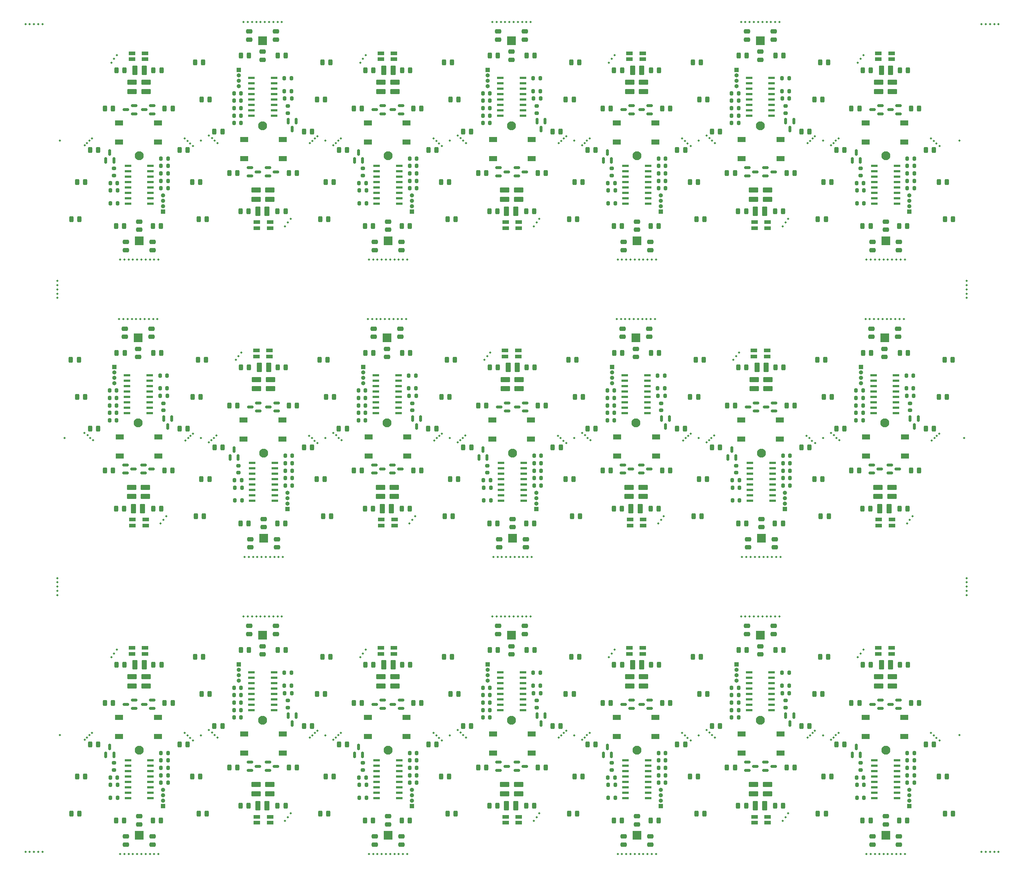
<source format=gts>
G04 #@! TF.GenerationSoftware,KiCad,Pcbnew,(6.0.2)*
G04 #@! TF.CreationDate,2022-10-30T19:52:43+01:00*
G04 #@! TF.ProjectId,panel,70616e65-6c2e-46b6-9963-61645f706362,rev?*
G04 #@! TF.SameCoordinates,Original*
G04 #@! TF.FileFunction,Soldermask,Top*
G04 #@! TF.FilePolarity,Negative*
%FSLAX46Y46*%
G04 Gerber Fmt 4.6, Leading zero omitted, Abs format (unit mm)*
G04 Created by KiCad (PCBNEW (6.0.2)) date 2022-10-30 19:52:43*
%MOMM*%
%LPD*%
G01*
G04 APERTURE LIST*
G04 Aperture macros list*
%AMRoundRect*
0 Rectangle with rounded corners*
0 $1 Rounding radius*
0 $2 $3 $4 $5 $6 $7 $8 $9 X,Y pos of 4 corners*
0 Add a 4 corners polygon primitive as box body*
4,1,4,$2,$3,$4,$5,$6,$7,$8,$9,$2,$3,0*
0 Add four circle primitives for the rounded corners*
1,1,$1+$1,$2,$3*
1,1,$1+$1,$4,$5*
1,1,$1+$1,$6,$7*
1,1,$1+$1,$8,$9*
0 Add four rect primitives between the rounded corners*
20,1,$1+$1,$2,$3,$4,$5,0*
20,1,$1+$1,$4,$5,$6,$7,0*
20,1,$1+$1,$6,$7,$8,$9,0*
20,1,$1+$1,$8,$9,$2,$3,0*%
G04 Aperture macros list end*
%ADD10C,0.500000*%
%ADD11RoundRect,0.243750X-0.243750X-0.456250X0.243750X-0.456250X0.243750X0.456250X-0.243750X0.456250X0*%
%ADD12R,1.500000X0.900000*%
%ADD13RoundRect,0.200000X0.200000X0.275000X-0.200000X0.275000X-0.200000X-0.275000X0.200000X-0.275000X0*%
%ADD14R,1.000000X1.000000*%
%ADD15O,1.000000X1.000000*%
%ADD16RoundRect,0.243750X0.243750X0.456250X-0.243750X0.456250X-0.243750X-0.456250X0.243750X-0.456250X0*%
%ADD17RoundRect,0.200000X-0.200000X-0.275000X0.200000X-0.275000X0.200000X0.275000X-0.200000X0.275000X0*%
%ADD18R,1.900000X1.300000*%
%ADD19RoundRect,0.250000X-0.475000X0.250000X-0.475000X-0.250000X0.475000X-0.250000X0.475000X0.250000X0*%
%ADD20RoundRect,0.150000X0.587500X0.150000X-0.587500X0.150000X-0.587500X-0.150000X0.587500X-0.150000X0*%
%ADD21RoundRect,0.250000X0.475000X-0.250000X0.475000X0.250000X-0.475000X0.250000X-0.475000X-0.250000X0*%
%ADD22RoundRect,0.150000X-0.587500X-0.150000X0.587500X-0.150000X0.587500X0.150000X-0.587500X0.150000X0*%
%ADD23RoundRect,0.250000X-0.850000X0.375000X-0.850000X-0.375000X0.850000X-0.375000X0.850000X0.375000X0*%
%ADD24RoundRect,0.250000X0.375000X0.850000X-0.375000X0.850000X-0.375000X-0.850000X0.375000X-0.850000X0*%
%ADD25RoundRect,0.200000X0.275000X-0.200000X0.275000X0.200000X-0.275000X0.200000X-0.275000X-0.200000X0*%
%ADD26RoundRect,0.150000X-0.150000X0.587500X-0.150000X-0.587500X0.150000X-0.587500X0.150000X0.587500X0*%
%ADD27RoundRect,0.200000X-0.275000X0.200000X-0.275000X-0.200000X0.275000X-0.200000X0.275000X0.200000X0*%
%ADD28RoundRect,0.250000X0.850000X-0.375000X0.850000X0.375000X-0.850000X0.375000X-0.850000X-0.375000X0*%
%ADD29RoundRect,0.150000X0.150000X-0.587500X0.150000X0.587500X-0.150000X0.587500X-0.150000X-0.587500X0*%
%ADD30RoundRect,0.137500X0.662500X0.137500X-0.662500X0.137500X-0.662500X-0.137500X0.662500X-0.137500X0*%
%ADD31RoundRect,0.137500X-0.662500X-0.137500X0.662500X-0.137500X0.662500X0.137500X-0.662500X0.137500X0*%
%ADD32RoundRect,0.250000X-0.375000X-0.850000X0.375000X-0.850000X0.375000X0.850000X-0.375000X0.850000X0*%
%ADD33R,2.100000X2.100000*%
%ADD34C,2.100000*%
G04 APERTURE END LIST*
D10*
X229344400Y-51049000D03*
X219929400Y-217939600D03*
D11*
X26156800Y-101807400D03*
X28031800Y-101807400D03*
D12*
X69696400Y-101082200D03*
X69696400Y-99682200D03*
X72796400Y-101082200D03*
X72796400Y-99682200D03*
D13*
X136549600Y-129632200D03*
X134899600Y-129632200D03*
D14*
X223004400Y-206695400D03*
D15*
X223004400Y-205425400D03*
X223004400Y-204155400D03*
X223004400Y-202885400D03*
D16*
X56544800Y-199695400D03*
X54669800Y-199695400D03*
D17*
X210679400Y-204695400D03*
X212329400Y-204695400D03*
D13*
X107210000Y-110307400D03*
X105560000Y-110307400D03*
D12*
X131311600Y-209170600D03*
X131311600Y-210570600D03*
X128211600Y-209170600D03*
X128211600Y-210570600D03*
D11*
X124386600Y-206620600D03*
X126261600Y-206620600D03*
D10*
X191727800Y-148126400D03*
X159526200Y-78313200D03*
D11*
X147463200Y-118057400D03*
X149338200Y-118057400D03*
D17*
X152063200Y-116057400D03*
X153713200Y-116057400D03*
D18*
X154287200Y-190306400D03*
X163387200Y-190306400D03*
X154287200Y-185806400D03*
X163387200Y-185806400D03*
D19*
X214304400Y-213795400D03*
X214304400Y-215695400D03*
D10*
X69683400Y-22500000D03*
X229446400Y-119687400D03*
X18500000Y-217439600D03*
D20*
X103635500Y-183695400D03*
X103635500Y-181795400D03*
X101760500Y-182745400D03*
D10*
X192489800Y-22500000D03*
X102123000Y-217939600D03*
D17*
X35469800Y-201695400D03*
X37119800Y-201695400D03*
D21*
X41956800Y-101207400D03*
X41956800Y-99307400D03*
D11*
X202816900Y-199695400D03*
X204691900Y-199695400D03*
D17*
X64596400Y-130132200D03*
X66246400Y-130132200D03*
D10*
X76434305Y-210113859D03*
D17*
X210679400Y-65069000D03*
X212329400Y-65069000D03*
D13*
X194952800Y-131382200D03*
X193302800Y-131382200D03*
D11*
X212004400Y-70430000D03*
X213879400Y-70430000D03*
D21*
X68058400Y-26644200D03*
X68058400Y-24744200D03*
D10*
X173508000Y-190033000D03*
D17*
X152276200Y-65069000D03*
X153926200Y-65069000D03*
D16*
X76621400Y-103632200D03*
X74746400Y-103632200D03*
D13*
X165751200Y-197695400D03*
X164101200Y-197695400D03*
D16*
X56544800Y-60069000D03*
X54669800Y-60069000D03*
D10*
X223093472Y-139442931D03*
X230026400Y-119167400D03*
D22*
X130824100Y-196370600D03*
X130824100Y-198270600D03*
X132699100Y-197320600D03*
D10*
X175392800Y-121272200D03*
X141291600Y-50424200D03*
D11*
X95260500Y-33819000D03*
X97135500Y-33819000D03*
D10*
X74683400Y-22500000D03*
D16*
X196039800Y-197620600D03*
X194164800Y-197620600D03*
D10*
X228074400Y-49859000D03*
D17*
X93873000Y-65069000D03*
X95523000Y-65069000D03*
D10*
X115104800Y-120219800D03*
X53534800Y-190055400D03*
X85903200Y-190033000D03*
D17*
X181264800Y-42744200D03*
X182914800Y-42744200D03*
D16*
X134949100Y-206620600D03*
X133074100Y-206620600D03*
D10*
X98123000Y-78313200D03*
D13*
X107135000Y-105557400D03*
X105485000Y-105557400D03*
D10*
X101885000Y-92313200D03*
X219691400Y-92313200D03*
D21*
X71158400Y-31394200D03*
X71158400Y-29494200D03*
D17*
X152201200Y-60319000D03*
X153851200Y-60319000D03*
D10*
X141291600Y-190050600D03*
D23*
X215616400Y-131807400D03*
X215616400Y-133957400D03*
D10*
X191489800Y-22500000D03*
D19*
X100648000Y-209045400D03*
X100648000Y-210945400D03*
D24*
X188989800Y-206620600D03*
X186839800Y-206620600D03*
D25*
X77108400Y-43894200D03*
X77108400Y-42244200D03*
D16*
X222504400Y-210056400D03*
X220629400Y-210056400D03*
D10*
X240911200Y-217439600D03*
D19*
X220554400Y-74169000D03*
X220554400Y-76069000D03*
D10*
X200244800Y-49874200D03*
X141841600Y-49874200D03*
X130324600Y-148126400D03*
D13*
X136336600Y-35744200D03*
X134686600Y-35744200D03*
D26*
X137461600Y-45806700D03*
X135561600Y-45806700D03*
X136511600Y-47681700D03*
D10*
X94069761Y-32041196D03*
D13*
X107348000Y-195945400D03*
X105698000Y-195945400D03*
D11*
X172164800Y-31994200D03*
X174039800Y-31994200D03*
D10*
X173508000Y-50406600D03*
D17*
X64458400Y-44494200D03*
X66108400Y-44494200D03*
D10*
X56701600Y-120219800D03*
X173508000Y-190033000D03*
D16*
X174713200Y-101807400D03*
X172838200Y-101807400D03*
D11*
X30656800Y-118057400D03*
X32531800Y-118057400D03*
X201504400Y-208445400D03*
X203379400Y-208445400D03*
D20*
X162038700Y-44069000D03*
X162038700Y-42169000D03*
X160163700Y-43119000D03*
D24*
X188989800Y-66994200D03*
X186839800Y-66994200D03*
D16*
X141149600Y-122382200D03*
X139274600Y-122382200D03*
D27*
X211504400Y-196545400D03*
X211504400Y-198195400D03*
D16*
X193352300Y-206620600D03*
X191477300Y-206620600D03*
D10*
X173508000Y-190033000D03*
D11*
X150976200Y-182445400D03*
X152851200Y-182445400D03*
D13*
X165751200Y-201195400D03*
X164101200Y-201195400D03*
X48944800Y-54569000D03*
X47294800Y-54569000D03*
D11*
X65983400Y-206620600D03*
X67858400Y-206620600D03*
D10*
X236411200Y-154126400D03*
D11*
X36857300Y-173445400D03*
X38732300Y-173445400D03*
D16*
X134949100Y-66994200D03*
X133074100Y-66994200D03*
D28*
X160601200Y-38819000D03*
X160601200Y-36669000D03*
D19*
X45344800Y-213795400D03*
X45344800Y-215695400D03*
D10*
X205876400Y-120197400D03*
D21*
X158763200Y-101207400D03*
X158763200Y-99307400D03*
D10*
X23000000Y-86313200D03*
D23*
X72858400Y-201620600D03*
X72858400Y-203770600D03*
D10*
X59868400Y-50384200D03*
X171661200Y-191255400D03*
X177344800Y-190580600D03*
D18*
X125225600Y-50133200D03*
X134325600Y-50133200D03*
X134325600Y-54633200D03*
X125225600Y-54633200D03*
D10*
X73921400Y-148126400D03*
X140469600Y-119672200D03*
D16*
X233254400Y-208445400D03*
X231379400Y-208445400D03*
D14*
X223004400Y-67069000D03*
D15*
X223004400Y-65799000D03*
X223004400Y-64529000D03*
X223004400Y-63259000D03*
D17*
X210679400Y-62069000D03*
X212329400Y-62069000D03*
D22*
X214178900Y-126557400D03*
X214178900Y-128457400D03*
X216053900Y-127507400D03*
D29*
X209554400Y-55006500D03*
X211454400Y-55006500D03*
X210504400Y-53131500D03*
D10*
X236411200Y-157126400D03*
X54816800Y-119167400D03*
D18*
X66822400Y-50133200D03*
X75922400Y-50133200D03*
X66822400Y-54633200D03*
X75922400Y-54633200D03*
D24*
X42981800Y-136807400D03*
X40831800Y-136807400D03*
D13*
X165751200Y-56319000D03*
X164101200Y-56319000D03*
D11*
X212116400Y-100196400D03*
X213991400Y-100196400D03*
X172164800Y-171620600D03*
X174039800Y-171620600D03*
D10*
X46481800Y-92313200D03*
D14*
X36406800Y-103557400D03*
D15*
X36406800Y-104827400D03*
X36406800Y-106097400D03*
X36406800Y-107367400D03*
D10*
X113220000Y-119167400D03*
X77085472Y-209256131D03*
D17*
X210466400Y-110807400D03*
X212116400Y-110807400D03*
D20*
X99385500Y-183695400D03*
X99385500Y-181795400D03*
X97510500Y-182745400D03*
D14*
X76996400Y-136882200D03*
D15*
X76996400Y-135612200D03*
X76996400Y-134342200D03*
X76996400Y-133072200D03*
D10*
X193891872Y-209256131D03*
D11*
X89073000Y-192195400D03*
X90948000Y-192195400D03*
D28*
X72996400Y-108632200D03*
X72996400Y-106482200D03*
D10*
X96123000Y-217939600D03*
D17*
X181264800Y-46244200D03*
X182914800Y-46244200D03*
D19*
X45344800Y-74169000D03*
X45344800Y-76069000D03*
D10*
X164039105Y-140300659D03*
D21*
X129561600Y-171020600D03*
X129561600Y-169120600D03*
D10*
X236411200Y-83313200D03*
X30666800Y-120197400D03*
D23*
X189664800Y-61994200D03*
X189664800Y-64144200D03*
D16*
X166851200Y-182445400D03*
X164976200Y-182445400D03*
D11*
X153663700Y-173445400D03*
X155538700Y-173445400D03*
D16*
X108448000Y-42819000D03*
X106573000Y-42819000D03*
D27*
X182302800Y-126732200D03*
X182302800Y-128382200D03*
D21*
X161913200Y-96457400D03*
X161913200Y-94557400D03*
D22*
X126574100Y-196370600D03*
X126574100Y-198270600D03*
X128449100Y-197320600D03*
D11*
X144413700Y-199695400D03*
X146288700Y-199695400D03*
D10*
X186727800Y-148126400D03*
X56701600Y-190033000D03*
X183489800Y-22500000D03*
X100123000Y-78313200D03*
D30*
X132261600Y-44539200D03*
X132261600Y-43269200D03*
X132261600Y-41999200D03*
X132261600Y-40729200D03*
X132261600Y-39459200D03*
X132261600Y-38189200D03*
X132261600Y-36919200D03*
X132261600Y-35649200D03*
X126961600Y-35649200D03*
X126961600Y-36919200D03*
X126961600Y-38189200D03*
X126961600Y-39459200D03*
X126961600Y-40729200D03*
X126961600Y-41999200D03*
X126961600Y-43269200D03*
X126961600Y-44539200D03*
D11*
X95310000Y-100196400D03*
X97185000Y-100196400D03*
D13*
X136549600Y-126132200D03*
X134899600Y-126132200D03*
D10*
X43719800Y-217939600D03*
D11*
X153663700Y-33819000D03*
X155538700Y-33819000D03*
D10*
X163288200Y-92313200D03*
D11*
X27607300Y-60069000D03*
X29482300Y-60069000D03*
D17*
X93798000Y-199945400D03*
X95448000Y-199945400D03*
D10*
X134086600Y-162126400D03*
X199694800Y-190050600D03*
X23000000Y-87313200D03*
D14*
X47794800Y-206695400D03*
D15*
X47794800Y-205425400D03*
X47794800Y-204155400D03*
X47794800Y-202885400D03*
D10*
X96123000Y-78313200D03*
D16*
X105698000Y-210056400D03*
X103823000Y-210056400D03*
D10*
X130086600Y-22500000D03*
D11*
X115261600Y-180370600D03*
X117136600Y-180370600D03*
D10*
X170341200Y-190055400D03*
D28*
X98948000Y-178445400D03*
X98948000Y-176295400D03*
D10*
X69683400Y-162126400D03*
X216691400Y-92313200D03*
X189727800Y-148126400D03*
X94069761Y-171667595D03*
X223744638Y-138585204D03*
X133086600Y-162126400D03*
D13*
X77933400Y-178370600D03*
X76283400Y-178370600D03*
D12*
X98898000Y-170895400D03*
X98898000Y-169495400D03*
X101998000Y-170895400D03*
X101998000Y-169495400D03*
D10*
X38719800Y-217939600D03*
X23000000Y-83313200D03*
X45719800Y-217939600D03*
X213691400Y-92313200D03*
D13*
X165538200Y-108557400D03*
X163888200Y-108557400D03*
D10*
X106287072Y-139442931D03*
X30514800Y-50389000D03*
X189489800Y-22500000D03*
X54134800Y-190675400D03*
X56701600Y-190033000D03*
D12*
X72908400Y-69544200D03*
X72908400Y-70944200D03*
X69808400Y-69544200D03*
X69808400Y-70944200D03*
D10*
X147321200Y-50389000D03*
X104123000Y-217939600D03*
D19*
X74546400Y-143982200D03*
X74546400Y-145882200D03*
D17*
X64671400Y-131882200D03*
X66321400Y-131882200D03*
D21*
X217166400Y-101207400D03*
X217166400Y-99307400D03*
D10*
X153124127Y-170809868D03*
X103885000Y-92313200D03*
D11*
X173664800Y-180370600D03*
X175539800Y-180370600D03*
D20*
X220441900Y-44069000D03*
X220441900Y-42169000D03*
X218566900Y-43119000D03*
D10*
X38719800Y-78313200D03*
X161526200Y-217939600D03*
X106938238Y-138585204D03*
X116989600Y-121272200D03*
D16*
X114997500Y-110557400D03*
X113122500Y-110557400D03*
D11*
X176664800Y-48244200D03*
X178539800Y-48244200D03*
X89060000Y-118057400D03*
X90935000Y-118057400D03*
D10*
X35666562Y-32041196D03*
X146191200Y-191085400D03*
X217929400Y-217939600D03*
D18*
X163387200Y-50680000D03*
X154287200Y-50680000D03*
X163387200Y-46180000D03*
X154287200Y-46180000D03*
D10*
X128324600Y-148126400D03*
X111938000Y-50429000D03*
X236411200Y-84313200D03*
D28*
X43794800Y-38819000D03*
X43794800Y-36669000D03*
D10*
X87788000Y-51459000D03*
D17*
X93660000Y-114307400D03*
X95310000Y-114307400D03*
D16*
X193414800Y-30383200D03*
X191539800Y-30383200D03*
X76545900Y-206620600D03*
X74670900Y-206620600D03*
D23*
X128011600Y-201620600D03*
X128011600Y-203770600D03*
D16*
X47419800Y-33819000D03*
X45544800Y-33819000D03*
D10*
X154288200Y-92313200D03*
X103123000Y-217939600D03*
D23*
X69608400Y-201620600D03*
X69608400Y-203770600D03*
D13*
X48944800Y-195945400D03*
X47294800Y-195945400D03*
D17*
X122861600Y-40994200D03*
X124511600Y-40994200D03*
D16*
X164226200Y-173445400D03*
X162351200Y-173445400D03*
D10*
X202709600Y-120219800D03*
X82248400Y-190590600D03*
X23544800Y-50399000D03*
X176522800Y-120202200D03*
X126086600Y-162126400D03*
D16*
X47294800Y-210056400D03*
X45419800Y-210056400D03*
D13*
X107348000Y-56319000D03*
X105698000Y-56319000D03*
X224154400Y-59819000D03*
X222504400Y-59819000D03*
D10*
X100885000Y-92313200D03*
D28*
X219004400Y-38819000D03*
X219004400Y-36669000D03*
D10*
X24656800Y-120227400D03*
D20*
X40982300Y-44069000D03*
X40982300Y-42169000D03*
X39107300Y-43119000D03*
D10*
X128086600Y-22500000D03*
X94720927Y-31183469D03*
D29*
X151151200Y-55006500D03*
X153051200Y-55006500D03*
X152101200Y-53131500D03*
D10*
X70683400Y-162126400D03*
X71683400Y-22500000D03*
D16*
X105823000Y-173445400D03*
X103948000Y-173445400D03*
D10*
X199542800Y-120242200D03*
X192727800Y-148126400D03*
D11*
X202866400Y-110557400D03*
X204741400Y-110557400D03*
D16*
X85795900Y-180370600D03*
X83920900Y-180370600D03*
D11*
X63358400Y-57994200D03*
X65233400Y-57994200D03*
D10*
X19500000Y-23000000D03*
D13*
X194739800Y-178370600D03*
X193089800Y-178370600D03*
X165751200Y-58069000D03*
X164101200Y-58069000D03*
D11*
X182789800Y-206620600D03*
X184664800Y-206620600D03*
X36794800Y-210056400D03*
X38669800Y-210056400D03*
D13*
X224154400Y-195945400D03*
X222504400Y-195945400D03*
D10*
X171623200Y-119167400D03*
X173508000Y-120219800D03*
X210876161Y-171667595D03*
X41719800Y-217939600D03*
D12*
X160513200Y-139357400D03*
X160513200Y-140757400D03*
X157413200Y-139357400D03*
X157413200Y-140757400D03*
D10*
X144306400Y-120219800D03*
X99123000Y-78313200D03*
D11*
X176677800Y-122382200D03*
X178552800Y-122382200D03*
D10*
X230064400Y-51629000D03*
D11*
X209379400Y-42819000D03*
X211254400Y-42819000D03*
X212066900Y-173445400D03*
X213941900Y-173445400D03*
D16*
X85795900Y-40744200D03*
X83920900Y-40744200D03*
D13*
X224016400Y-110307400D03*
X222366400Y-110307400D03*
D23*
X186414800Y-61994200D03*
X186414800Y-64144200D03*
D10*
X69921400Y-148126400D03*
D19*
X97498000Y-74169000D03*
X97498000Y-76069000D03*
D10*
X199054800Y-50964200D03*
D13*
X136549600Y-127882200D03*
X134899600Y-127882200D03*
D16*
X87108400Y-31994200D03*
X85233400Y-31994200D03*
D10*
X42481800Y-92313200D03*
X142421600Y-188980600D03*
X159526200Y-217939600D03*
X147961200Y-49849000D03*
X66683400Y-162126400D03*
D24*
X101385000Y-136807400D03*
X99235000Y-136807400D03*
D10*
X29384800Y-51459000D03*
X127086600Y-162126400D03*
X199694800Y-50424200D03*
X236411200Y-153126400D03*
D19*
X97498000Y-213795400D03*
X97498000Y-215695400D03*
D24*
X130586600Y-66994200D03*
X128436600Y-66994200D03*
D10*
X58548400Y-188810600D03*
X76434305Y-70487459D03*
D11*
X153588200Y-136807400D03*
X155463200Y-136807400D03*
D10*
X141841600Y-189500600D03*
D16*
X203914800Y-171620600D03*
X202039800Y-171620600D03*
D10*
X146873200Y-119577400D03*
D11*
X66108400Y-30383200D03*
X67983400Y-30383200D03*
D10*
X218929400Y-217939600D03*
X192489800Y-162126400D03*
D11*
X201366400Y-101807400D03*
X203241400Y-101807400D03*
D10*
X68683400Y-162126400D03*
D19*
X185102800Y-143982200D03*
X185102800Y-145882200D03*
D31*
X39544800Y-195900400D03*
X39544800Y-197170400D03*
X39544800Y-198440400D03*
X39544800Y-199710400D03*
X39544800Y-200980400D03*
X39544800Y-202250400D03*
X39544800Y-203520400D03*
X39544800Y-204790400D03*
X44844800Y-204790400D03*
X44844800Y-203520400D03*
X44844800Y-202250400D03*
X44844800Y-200980400D03*
X44844800Y-199710400D03*
X44844800Y-198440400D03*
X44844800Y-197170400D03*
X44844800Y-195900400D03*
D21*
X38856800Y-96457400D03*
X38856800Y-94557400D03*
D23*
X131261600Y-201620600D03*
X131261600Y-203770600D03*
D16*
X170338200Y-118057400D03*
X168463200Y-118057400D03*
D32*
X41219800Y-33819000D03*
X43369800Y-33819000D03*
D30*
X73858400Y-184165600D03*
X73858400Y-182895600D03*
X73858400Y-181625600D03*
X73858400Y-180355600D03*
X73858400Y-179085600D03*
X73858400Y-177815600D03*
X73858400Y-176545600D03*
X73858400Y-175275600D03*
X68558400Y-175275600D03*
X68558400Y-176545600D03*
X68558400Y-177815600D03*
X68558400Y-179085600D03*
X68558400Y-180355600D03*
X68558400Y-181625600D03*
X68558400Y-182895600D03*
X68558400Y-184165600D03*
D10*
X204594400Y-191085400D03*
X183489800Y-162126400D03*
D20*
X186990300Y-113882200D03*
X186990300Y-111982200D03*
X185115300Y-112932200D03*
D13*
X78146400Y-127882200D03*
X76496400Y-127882200D03*
D10*
X211527327Y-31183469D03*
X67921400Y-148126400D03*
D25*
X164713200Y-113707400D03*
X164713200Y-112057400D03*
D10*
X115104800Y-120219800D03*
X72683400Y-162126400D03*
D14*
X164601200Y-206695400D03*
D15*
X164601200Y-205425400D03*
X164601200Y-204155400D03*
X164601200Y-202885400D03*
D10*
X181674561Y-101854395D03*
X54236800Y-119687400D03*
X212178494Y-169952140D03*
D25*
X135511600Y-43894200D03*
X135511600Y-42244200D03*
D16*
X225241400Y-127807400D03*
X223366400Y-127807400D03*
D14*
X65608400Y-173370600D03*
D15*
X65608400Y-174640600D03*
X65608400Y-175910600D03*
X65608400Y-177180600D03*
D13*
X165751200Y-54569000D03*
X164101200Y-54569000D03*
D10*
X158288200Y-92313200D03*
D11*
X144463200Y-110557400D03*
X146338200Y-110557400D03*
D10*
X37481800Y-92313200D03*
D20*
X45232300Y-44069000D03*
X45232300Y-42169000D03*
X43357300Y-43119000D03*
D13*
X107348000Y-54569000D03*
X105698000Y-54569000D03*
D10*
X117671600Y-49764200D03*
D20*
X216191900Y-183695400D03*
X216191900Y-181795400D03*
X214316900Y-182745400D03*
D11*
X150976200Y-42819000D03*
X152851200Y-42819000D03*
D26*
X108260000Y-115619900D03*
X106360000Y-115619900D03*
X107310000Y-117494900D03*
D10*
X39481800Y-92313200D03*
X112538000Y-190675400D03*
D21*
X132711600Y-26644200D03*
X132711600Y-24744200D03*
D28*
X186552800Y-108632200D03*
X186552800Y-106482200D03*
D10*
X68683400Y-22500000D03*
D28*
X102198000Y-38819000D03*
X102198000Y-36669000D03*
D11*
X121761600Y-197620600D03*
X123636600Y-197620600D03*
D10*
X47883872Y-139442931D03*
D25*
X77108400Y-183520600D03*
X77108400Y-181870600D03*
D16*
X135011600Y-170009600D03*
X133136600Y-170009600D03*
D10*
X53534800Y-50429000D03*
X44481800Y-92313200D03*
D21*
X191114800Y-26644200D03*
X191114800Y-24744200D03*
D11*
X84560000Y-101807400D03*
X86435000Y-101807400D03*
D28*
X215754400Y-38819000D03*
X215754400Y-36669000D03*
D11*
X143101200Y-68819000D03*
X144976200Y-68819000D03*
D10*
X157526200Y-217939600D03*
D17*
X35256800Y-110807400D03*
X36906800Y-110807400D03*
D10*
X146771200Y-50939000D03*
D17*
X122861600Y-46244200D03*
X124511600Y-46244200D03*
D10*
X184489800Y-22500000D03*
D20*
X99385500Y-44069000D03*
X99385500Y-42169000D03*
X97510500Y-43119000D03*
D30*
X190664800Y-184165600D03*
X190664800Y-182895600D03*
X190664800Y-181625600D03*
X190664800Y-180355600D03*
X190664800Y-179085600D03*
X190664800Y-177815600D03*
X190664800Y-176545600D03*
X190664800Y-175275600D03*
X185364800Y-175275600D03*
X185364800Y-176545600D03*
X185364800Y-177815600D03*
X185364800Y-179085600D03*
X185364800Y-180355600D03*
X185364800Y-181625600D03*
X185364800Y-182895600D03*
X185364800Y-184165600D03*
D10*
X111268000Y-189485400D03*
D16*
X144199100Y-180370600D03*
X142324100Y-180370600D03*
D10*
X59268400Y-49764200D03*
D13*
X194739800Y-38744200D03*
X193089800Y-38744200D03*
D24*
X72183400Y-206620600D03*
X70033400Y-206620600D03*
D12*
X157301200Y-170895400D03*
X157301200Y-169495400D03*
X160401200Y-170895400D03*
X160401200Y-169495400D03*
D10*
X23000000Y-155126400D03*
D13*
X48944800Y-201195400D03*
X47294800Y-201195400D03*
D10*
X156526200Y-78313200D03*
D16*
X164101200Y-210056400D03*
X162226200Y-210056400D03*
D10*
X118941600Y-50954200D03*
X56701600Y-120219800D03*
X88918000Y-190015400D03*
D17*
X93798000Y-60319000D03*
X95448000Y-60319000D03*
D10*
X236411200Y-85313200D03*
X47232705Y-140300659D03*
D11*
X172302800Y-138632200D03*
X174177800Y-138632200D03*
X113899600Y-138632200D03*
X115774600Y-138632200D03*
X205866400Y-118057400D03*
X207741400Y-118057400D03*
D16*
X233116400Y-101807400D03*
X231241400Y-101807400D03*
D10*
X85903200Y-50406600D03*
D13*
X78146400Y-126132200D03*
X76496400Y-126132200D03*
D11*
X173615300Y-129882200D03*
X175490300Y-129882200D03*
D10*
X84018400Y-188980600D03*
D11*
X36781800Y-136807400D03*
X38656800Y-136807400D03*
D10*
X228256400Y-120777400D03*
D11*
X55358400Y-31994200D03*
X57233400Y-31994200D03*
D10*
X126324600Y-148126400D03*
X85903200Y-120219800D03*
X189489800Y-162126400D03*
X54854800Y-51629000D03*
D19*
X220554400Y-213795400D03*
X220554400Y-215695400D03*
D10*
X173508000Y-50406600D03*
X202709600Y-120219800D03*
X202709600Y-190033000D03*
D28*
X98948000Y-38819000D03*
X98948000Y-36669000D03*
D10*
X94720927Y-170809868D03*
D32*
X99623000Y-33819000D03*
X101773000Y-33819000D03*
D10*
X116951600Y-49184200D03*
D16*
X114948000Y-60069000D03*
X113073000Y-60069000D03*
D17*
X93873000Y-62069000D03*
X95523000Y-62069000D03*
X93873000Y-204695400D03*
X95523000Y-204695400D03*
D10*
X40719800Y-78313200D03*
D16*
X135011600Y-30383200D03*
X133136600Y-30383200D03*
X145511600Y-31994200D03*
X143636600Y-31994200D03*
D23*
X43656800Y-131807400D03*
X43656800Y-133957400D03*
D10*
X56701600Y-50406600D03*
X202709600Y-50406600D03*
X23000000Y-156126400D03*
X136139838Y-68772004D03*
D20*
X132837100Y-113882200D03*
X132837100Y-111982200D03*
X130962100Y-112932200D03*
D13*
X48944800Y-56319000D03*
X47294800Y-56319000D03*
D22*
X184977300Y-196370600D03*
X184977300Y-198270600D03*
X186852300Y-197320600D03*
D18*
X192728800Y-189759600D03*
X183628800Y-189759600D03*
X192728800Y-194259600D03*
X183628800Y-194259600D03*
D13*
X194739800Y-175370600D03*
X193089800Y-175370600D03*
D25*
X106310000Y-113707400D03*
X106310000Y-112057400D03*
D18*
X183488800Y-120493200D03*
X192588800Y-120493200D03*
X192588800Y-115993200D03*
X183488800Y-115993200D03*
D30*
X190664800Y-44539200D03*
X190664800Y-43269200D03*
X190664800Y-41999200D03*
X190664800Y-40729200D03*
X190664800Y-39459200D03*
X190664800Y-38189200D03*
X190664800Y-36919200D03*
X190664800Y-35649200D03*
X185364800Y-35649200D03*
X185364800Y-36919200D03*
X185364800Y-38189200D03*
X185364800Y-39459200D03*
X185364800Y-40729200D03*
X185364800Y-41999200D03*
X185364800Y-43269200D03*
X185364800Y-44539200D03*
D13*
X78146400Y-129632200D03*
X76496400Y-129632200D03*
D10*
X82888400Y-50424200D03*
X15500000Y-217439600D03*
D20*
X220441900Y-183695400D03*
X220441900Y-181795400D03*
X218566900Y-182745400D03*
D29*
X151151200Y-194632900D03*
X153051200Y-194632900D03*
X152101200Y-192757900D03*
D11*
X86060000Y-110557400D03*
X87935000Y-110557400D03*
X180164800Y-57994200D03*
X182039800Y-57994200D03*
X34156800Y-127807400D03*
X36031800Y-127807400D03*
D10*
X217929400Y-78313200D03*
X191489800Y-162126400D03*
D13*
X224154400Y-54569000D03*
X222504400Y-54569000D03*
D11*
X182802800Y-140243200D03*
X184677800Y-140243200D03*
D23*
X157213200Y-131807400D03*
X157213200Y-133957400D03*
D10*
X185727800Y-148126400D03*
D16*
X145649600Y-138632200D03*
X143774600Y-138632200D03*
X116448000Y-68819000D03*
X114573000Y-68819000D03*
D29*
X63546400Y-124819700D03*
X65446400Y-124819700D03*
X64496400Y-122944700D03*
D11*
X143101200Y-208445400D03*
X144976200Y-208445400D03*
D10*
X140651600Y-50964200D03*
X133086600Y-22500000D03*
D13*
X136549600Y-124382200D03*
X134899600Y-124382200D03*
D11*
X147476200Y-192195400D03*
X149351200Y-192195400D03*
D29*
X92748000Y-55006500D03*
X94648000Y-55006500D03*
X93698000Y-53131500D03*
D11*
X30669800Y-52569000D03*
X32544800Y-52569000D03*
D10*
X165341438Y-138585204D03*
X146191200Y-51459000D03*
X77736638Y-68772004D03*
D23*
X189664800Y-201620600D03*
X189664800Y-203770600D03*
D19*
X155901200Y-213795400D03*
X155901200Y-215695400D03*
D10*
X59716400Y-120202200D03*
X66170494Y-100138940D03*
X173508000Y-120219800D03*
X84056400Y-121442200D03*
D11*
X65996400Y-140243200D03*
X67871400Y-140243200D03*
D10*
X44719800Y-217939600D03*
D27*
X123899600Y-126732200D03*
X123899600Y-128382200D03*
D10*
X116951600Y-188810600D03*
X128086600Y-162126400D03*
D19*
X217454400Y-209045400D03*
X217454400Y-210945400D03*
D31*
X156351200Y-195900400D03*
X156351200Y-197170400D03*
X156351200Y-198440400D03*
X156351200Y-199710400D03*
X156351200Y-200980400D03*
X156351200Y-202250400D03*
X156351200Y-203520400D03*
X156351200Y-204790400D03*
X161651200Y-204790400D03*
X161651200Y-203520400D03*
X161651200Y-202250400D03*
X161651200Y-200980400D03*
X161651200Y-199710400D03*
X161651200Y-198440400D03*
X161651200Y-197170400D03*
X161651200Y-195900400D03*
D17*
X152276200Y-201695400D03*
X153926200Y-201695400D03*
D14*
X182414800Y-33744200D03*
D15*
X182414800Y-35014200D03*
X182414800Y-36284200D03*
X182414800Y-37554200D03*
D21*
X74308400Y-166270600D03*
X74308400Y-164370600D03*
D16*
X203914800Y-31994200D03*
X202039800Y-31994200D03*
D10*
X95372094Y-30325741D03*
D23*
X102060000Y-131807400D03*
X102060000Y-133957400D03*
D17*
X93660000Y-116057400D03*
X95310000Y-116057400D03*
D21*
X45106800Y-96457400D03*
X45106800Y-94557400D03*
D16*
X79233400Y-57994200D03*
X77358400Y-57994200D03*
D11*
X59871400Y-122382200D03*
X61746400Y-122382200D03*
X27656800Y-110557400D03*
X29531800Y-110557400D03*
D20*
X74433900Y-113882200D03*
X74433900Y-111982200D03*
X72558900Y-112932200D03*
D11*
X56858400Y-40744200D03*
X58733400Y-40744200D03*
D13*
X194952800Y-124382200D03*
X193302800Y-124382200D03*
D22*
X189227300Y-56744200D03*
X189227300Y-58644200D03*
X191102300Y-57694200D03*
D17*
X64458400Y-182370600D03*
X66108400Y-182370600D03*
D10*
X156526200Y-217939600D03*
X75683400Y-22500000D03*
X115104800Y-120219800D03*
D11*
X209379400Y-182445400D03*
X211254400Y-182445400D03*
D10*
X100123000Y-217939600D03*
X170941200Y-51049000D03*
D21*
X132711600Y-166270600D03*
X132711600Y-164370600D03*
D10*
X210876161Y-32041196D03*
D17*
X35256800Y-112557400D03*
X36906800Y-112557400D03*
X181264800Y-39244200D03*
X182914800Y-39244200D03*
D12*
X102110000Y-139357400D03*
X102110000Y-140757400D03*
X99010000Y-139357400D03*
X99010000Y-140757400D03*
D10*
X202709600Y-190033000D03*
D13*
X194739800Y-35744200D03*
X193089800Y-35744200D03*
D16*
X50044800Y-182445400D03*
X48169800Y-182445400D03*
D21*
X97260000Y-96457400D03*
X97260000Y-94557400D03*
D13*
X107348000Y-201195400D03*
X105698000Y-201195400D03*
D10*
X41481800Y-92313200D03*
D32*
X187227800Y-103632200D03*
X189377800Y-103632200D03*
D13*
X224154400Y-197695400D03*
X222504400Y-197695400D03*
D16*
X111935000Y-118057400D03*
X110060000Y-118057400D03*
D25*
X223116400Y-113707400D03*
X223116400Y-112057400D03*
D10*
X236411200Y-156126400D03*
X115104800Y-50406600D03*
X228074400Y-189485400D03*
X131324600Y-148126400D03*
D25*
X135511600Y-183520600D03*
X135511600Y-181870600D03*
D10*
X164690272Y-139442931D03*
D19*
X100648000Y-69419000D03*
X100648000Y-71319000D03*
D22*
X126574100Y-56744200D03*
X126574100Y-58644200D03*
X128449100Y-57694200D03*
D13*
X107348000Y-194195400D03*
X105698000Y-194195400D03*
D32*
X158026200Y-33819000D03*
X160176200Y-33819000D03*
D12*
X128099600Y-101082200D03*
X128099600Y-99682200D03*
X131199600Y-101082200D03*
X131199600Y-99682200D03*
D10*
X104123000Y-78313200D03*
D19*
X103748000Y-213795400D03*
X103748000Y-215695400D03*
D10*
X129324600Y-148126400D03*
D17*
X93873000Y-201695400D03*
X95523000Y-201695400D03*
D20*
X45232300Y-183695400D03*
X45232300Y-181795400D03*
X43357300Y-182745400D03*
D10*
X16500000Y-23000000D03*
D20*
X157788700Y-183695400D03*
X157788700Y-181795400D03*
X155913700Y-182745400D03*
D10*
X175354800Y-49184200D03*
X132324600Y-148126400D03*
D16*
X193352300Y-66994200D03*
X191477300Y-66994200D03*
D23*
X131261600Y-61994200D03*
X131261600Y-64144200D03*
D16*
X114948000Y-199695400D03*
X113073000Y-199695400D03*
D11*
X59858400Y-187870600D03*
X61733400Y-187870600D03*
X55496400Y-138632200D03*
X57371400Y-138632200D03*
D24*
X159788200Y-136807400D03*
X157638200Y-136807400D03*
D16*
X116448000Y-208445400D03*
X114573000Y-208445400D03*
D12*
X189714800Y-209170600D03*
X189714800Y-210570600D03*
X186614800Y-209170600D03*
X186614800Y-210570600D03*
D11*
X180177800Y-112632200D03*
X182052800Y-112632200D03*
D14*
X47794800Y-67069000D03*
D15*
X47794800Y-65799000D03*
X47794800Y-64529000D03*
X47794800Y-63259000D03*
D16*
X222629400Y-33819000D03*
X220754400Y-33819000D03*
D12*
X43706800Y-139357400D03*
X43706800Y-140757400D03*
X40606800Y-139357400D03*
X40606800Y-140757400D03*
D22*
X68170900Y-56744200D03*
X68170900Y-58644200D03*
X70045900Y-57694200D03*
D10*
X169853200Y-120777400D03*
X169671200Y-189485400D03*
X186489800Y-22500000D03*
D16*
X228754400Y-52569000D03*
X226879400Y-52569000D03*
D10*
X59868400Y-190010600D03*
D18*
X221790400Y-190306400D03*
X212690400Y-190306400D03*
X221790400Y-185806400D03*
X212690400Y-185806400D03*
D17*
X64458400Y-39244200D03*
X66108400Y-39244200D03*
D28*
X131399600Y-108632200D03*
X131399600Y-106482200D03*
D10*
X158526200Y-78313200D03*
X215929400Y-78313200D03*
D23*
X98810000Y-131807400D03*
X98810000Y-133957400D03*
D10*
X182976894Y-100138940D03*
D30*
X132261600Y-184165600D03*
X132261600Y-182895600D03*
X132261600Y-181625600D03*
X132261600Y-180355600D03*
X132261600Y-179085600D03*
X132261600Y-177815600D03*
X132261600Y-176545600D03*
X132261600Y-175275600D03*
X126961600Y-175275600D03*
X126961600Y-176545600D03*
X126961600Y-177815600D03*
X126961600Y-179085600D03*
X126961600Y-180355600D03*
X126961600Y-181625600D03*
X126961600Y-182895600D03*
X126961600Y-184165600D03*
D21*
X191114800Y-166270600D03*
X191114800Y-164370600D03*
D22*
X68170900Y-196370600D03*
X68170900Y-198270600D03*
X70045900Y-197320600D03*
D16*
X193414800Y-170009600D03*
X191539800Y-170009600D03*
X199539800Y-48244200D03*
X197664800Y-48244200D03*
D10*
X23000000Y-153126400D03*
D28*
X215754400Y-178445400D03*
X215754400Y-176295400D03*
D13*
X107348000Y-61569000D03*
X105698000Y-61569000D03*
D18*
X75782400Y-120493200D03*
X66682400Y-120493200D03*
X66682400Y-115993200D03*
X75782400Y-115993200D03*
D11*
X113761600Y-171620600D03*
X115636600Y-171620600D03*
D14*
X94810000Y-103557400D03*
D15*
X94810000Y-104827400D03*
X94810000Y-106097400D03*
X94810000Y-107367400D03*
D17*
X122861600Y-180620600D03*
X124511600Y-180620600D03*
D13*
X136336600Y-175370600D03*
X134686600Y-175370600D03*
X165751200Y-195945400D03*
X164101200Y-195945400D03*
D19*
X162151200Y-213795400D03*
X162151200Y-215695400D03*
D10*
X190727800Y-148126400D03*
X147961200Y-189475400D03*
D11*
X124386600Y-66994200D03*
X126261600Y-66994200D03*
D16*
X222553900Y-136807400D03*
X220678900Y-136807400D03*
D10*
X17500000Y-217439600D03*
X85903200Y-120219800D03*
D21*
X155663200Y-96457400D03*
X155663200Y-94557400D03*
D10*
X98123000Y-217939600D03*
X52864800Y-49859000D03*
X31154800Y-49849000D03*
X103123000Y-78313200D03*
D19*
X126699600Y-143982200D03*
X126699600Y-145882200D03*
D27*
X211504400Y-56919000D03*
X211504400Y-58569000D03*
D10*
X160526200Y-78313200D03*
D20*
X128587100Y-113882200D03*
X128587100Y-111982200D03*
X126712100Y-112932200D03*
D12*
X215704400Y-31269000D03*
X215704400Y-29869000D03*
X218804400Y-31269000D03*
X218804400Y-29869000D03*
D11*
X113761600Y-31994200D03*
X115636600Y-31994200D03*
D10*
X66683400Y-22500000D03*
X85903200Y-50406600D03*
X152472961Y-171667595D03*
D13*
X194814800Y-40494200D03*
X193164800Y-40494200D03*
D10*
X202709600Y-190033000D03*
D16*
X170351200Y-192195400D03*
X168476200Y-192195400D03*
D32*
X99623000Y-173445400D03*
X101773000Y-173445400D03*
D10*
X43719800Y-78313200D03*
D14*
X106198000Y-206695400D03*
D15*
X106198000Y-205425400D03*
X106198000Y-204155400D03*
X106198000Y-202885400D03*
D11*
X66108400Y-170009600D03*
X67983400Y-170009600D03*
D10*
X68921400Y-148126400D03*
D31*
X68746400Y-126087200D03*
X68746400Y-127357200D03*
X68746400Y-128627200D03*
X68746400Y-129897200D03*
X68746400Y-131167200D03*
X68746400Y-132437200D03*
X68746400Y-133707200D03*
X68746400Y-134977200D03*
X74046400Y-134977200D03*
X74046400Y-133707200D03*
X74046400Y-132437200D03*
X74046400Y-131167200D03*
X74046400Y-129897200D03*
X74046400Y-128627200D03*
X74046400Y-127357200D03*
X74046400Y-126087200D03*
D11*
X201504400Y-68819000D03*
X203379400Y-68819000D03*
D13*
X48731800Y-105557400D03*
X47081800Y-105557400D03*
D32*
X70421400Y-103632200D03*
X72571400Y-103632200D03*
D23*
X128011600Y-61994200D03*
X128011600Y-64144200D03*
D16*
X199539800Y-187870600D03*
X197664800Y-187870600D03*
D13*
X223941400Y-105557400D03*
X222291400Y-105557400D03*
D16*
X58044800Y-208445400D03*
X56169800Y-208445400D03*
D27*
X94698000Y-196545400D03*
X94698000Y-198195400D03*
D16*
X56594300Y-110557400D03*
X54719300Y-110557400D03*
X173351200Y-60069000D03*
X171476200Y-60069000D03*
D31*
X214754400Y-56274000D03*
X214754400Y-57544000D03*
X214754400Y-58814000D03*
X214754400Y-60084000D03*
X214754400Y-61354000D03*
X214754400Y-62624000D03*
X214754400Y-63894000D03*
X214754400Y-65164000D03*
X220054400Y-65164000D03*
X220054400Y-63894000D03*
X220054400Y-62624000D03*
X220054400Y-61354000D03*
X220054400Y-60084000D03*
X220054400Y-58814000D03*
X220054400Y-57544000D03*
X220054400Y-56274000D03*
D10*
X200142800Y-120862200D03*
X39719800Y-217939600D03*
D28*
X160601200Y-178445400D03*
X160601200Y-176295400D03*
D10*
X136139838Y-208398404D03*
D29*
X34344800Y-55006500D03*
X36244800Y-55006500D03*
X35294800Y-53131500D03*
D10*
X202709600Y-50406600D03*
X72683400Y-22500000D03*
D18*
X37480800Y-50680000D03*
X46580800Y-50680000D03*
X37480800Y-46180000D03*
X46580800Y-46180000D03*
D10*
X112090000Y-120237400D03*
X75683400Y-162126400D03*
X241911200Y-217439600D03*
D17*
X122861600Y-42744200D03*
X124511600Y-42744200D03*
D10*
X46719800Y-217939600D03*
X220691400Y-92313200D03*
X118941600Y-190580600D03*
D19*
X129849600Y-139232200D03*
X129849600Y-141132200D03*
D27*
X94698000Y-56919000D03*
X94698000Y-58569000D03*
D10*
X200824800Y-188980600D03*
X204556400Y-118997400D03*
X155526200Y-217939600D03*
X147473200Y-120197400D03*
D22*
X72420900Y-56744200D03*
X72420900Y-58644200D03*
X74295900Y-57694200D03*
D10*
X36317728Y-31183469D03*
X205174400Y-190565400D03*
X163526200Y-217939600D03*
D32*
X41219800Y-173445400D03*
X43369800Y-173445400D03*
D10*
X173508000Y-50406600D03*
D11*
X36794800Y-70430000D03*
X38669800Y-70430000D03*
D17*
X152063200Y-109057400D03*
X153713200Y-109057400D03*
D10*
X40481800Y-92313200D03*
X160526200Y-217939600D03*
D12*
X40494800Y-31269000D03*
X40494800Y-29869000D03*
X43594800Y-31269000D03*
X43594800Y-29869000D03*
D10*
X144306400Y-50406600D03*
X87788000Y-191085400D03*
D17*
X210466400Y-116057400D03*
X212116400Y-116057400D03*
D10*
X104885000Y-92313200D03*
X97123000Y-217939600D03*
D16*
X202602300Y-180370600D03*
X200727300Y-180370600D03*
D10*
X118759600Y-119662200D03*
D17*
X35469800Y-204695400D03*
X37119800Y-204695400D03*
D16*
X164150700Y-136807400D03*
X162275700Y-136807400D03*
X82733400Y-187870600D03*
X80858400Y-187870600D03*
D10*
X228744400Y-50429000D03*
D14*
X182414800Y-173370600D03*
D15*
X182414800Y-174640600D03*
X182414800Y-175910600D03*
X182414800Y-177180600D03*
D14*
X124011600Y-173370600D03*
D15*
X124011600Y-174640600D03*
X124011600Y-175910600D03*
X124011600Y-177180600D03*
D21*
X126461600Y-26644200D03*
X126461600Y-24744200D03*
D28*
X40544800Y-38819000D03*
X40544800Y-36669000D03*
D11*
X27607300Y-199695400D03*
X29482300Y-199695400D03*
D10*
X37719800Y-217939600D03*
X113258000Y-191255400D03*
D12*
X189714800Y-69544200D03*
X189714800Y-70944200D03*
X186614800Y-69544200D03*
X186614800Y-70944200D03*
D10*
X85903200Y-190033000D03*
D16*
X76608400Y-170009600D03*
X74733400Y-170009600D03*
D13*
X165751200Y-199445400D03*
X164101200Y-199445400D03*
X78008400Y-180120600D03*
X76358400Y-180120600D03*
D10*
X153775294Y-169952140D03*
X83438400Y-49874200D03*
D16*
X87246400Y-138632200D03*
X85371400Y-138632200D03*
D13*
X165751200Y-59819000D03*
X164101200Y-59819000D03*
D10*
X240911200Y-23000000D03*
D16*
X82746400Y-122382200D03*
X80871400Y-122382200D03*
D17*
X35469800Y-62069000D03*
X37119800Y-62069000D03*
D13*
X48944800Y-58069000D03*
X47294800Y-58069000D03*
D17*
X210604400Y-199945400D03*
X212254400Y-199945400D03*
D10*
X17500000Y-23000000D03*
X177344800Y-50954200D03*
D11*
X95198000Y-210056400D03*
X97073000Y-210056400D03*
D10*
X23000000Y-154126400D03*
D11*
X182865300Y-103632200D03*
X184740300Y-103632200D03*
X209366400Y-127807400D03*
X211241400Y-127807400D03*
D17*
X152063200Y-114307400D03*
X153713200Y-114307400D03*
D11*
X150963200Y-127807400D03*
X152838200Y-127807400D03*
D17*
X35256800Y-109057400D03*
X36906800Y-109057400D03*
D18*
X163527200Y-119946400D03*
X154427200Y-119946400D03*
X154427200Y-124446400D03*
X163527200Y-124446400D03*
D10*
X228896400Y-120237400D03*
D13*
X165538200Y-105557400D03*
X163888200Y-105557400D03*
D10*
X112538000Y-51049000D03*
D21*
X187964800Y-31394200D03*
X187964800Y-29494200D03*
D10*
X154526200Y-217939600D03*
X170341200Y-50429000D03*
X135488672Y-69629731D03*
D17*
X64671400Y-134882200D03*
X66321400Y-134882200D03*
D19*
X188252800Y-139232200D03*
X188252800Y-141132200D03*
D10*
X218691400Y-92313200D03*
D13*
X136336600Y-38744200D03*
X134686600Y-38744200D03*
D16*
X105698000Y-70430000D03*
X103823000Y-70430000D03*
D28*
X128149600Y-108632200D03*
X128149600Y-106482200D03*
D17*
X122861600Y-44494200D03*
X124511600Y-44494200D03*
D10*
X124573694Y-100138940D03*
X144306400Y-50406600D03*
D16*
X108435000Y-127807400D03*
X106560000Y-127807400D03*
D17*
X64458400Y-42744200D03*
X66108400Y-42744200D03*
D11*
X86010500Y-60069000D03*
X87885500Y-60069000D03*
D28*
X189802800Y-108632200D03*
X189802800Y-106482200D03*
D10*
X95372094Y-169952140D03*
X156288200Y-92313200D03*
X127086600Y-22500000D03*
X193240705Y-210113859D03*
D11*
X182914800Y-30383200D03*
X184789800Y-30383200D03*
D32*
X216429400Y-173445400D03*
X218579400Y-173445400D03*
D11*
X153713200Y-100196400D03*
X155588200Y-100196400D03*
D10*
X31336800Y-120767400D03*
D16*
X47419800Y-173445400D03*
X45544800Y-173445400D03*
D11*
X92573000Y-182445400D03*
X94448000Y-182445400D03*
D10*
X212691400Y-92313200D03*
X115104800Y-50406600D03*
X74921400Y-148126400D03*
X36968895Y-169952140D03*
X95885000Y-92313200D03*
X58548400Y-49184200D03*
X45719800Y-78313200D03*
X134086600Y-22500000D03*
X234754400Y-190025400D03*
D11*
X115212100Y-129882200D03*
X117087100Y-129882200D03*
D10*
X56701600Y-190033000D03*
D16*
X137636600Y-57994200D03*
X135761600Y-57994200D03*
D11*
X26294800Y-68819000D03*
X28169800Y-68819000D03*
D10*
X56701600Y-50406600D03*
X175354800Y-188810600D03*
D24*
X130586600Y-206620600D03*
X128436600Y-206620600D03*
D18*
X104984000Y-190306400D03*
X95884000Y-190306400D03*
X95884000Y-185806400D03*
X104984000Y-185806400D03*
D10*
X202709600Y-120219800D03*
D11*
X63371400Y-112632200D03*
X65246400Y-112632200D03*
D10*
X85903200Y-190033000D03*
X71921400Y-148126400D03*
D12*
X186502800Y-101082200D03*
X186502800Y-99682200D03*
X189602800Y-101082200D03*
X189602800Y-99682200D03*
D11*
X211991400Y-136807400D03*
X213866400Y-136807400D03*
D10*
X71683400Y-162126400D03*
D16*
X222616400Y-100196400D03*
X220741400Y-100196400D03*
D21*
X68058400Y-166270600D03*
X68058400Y-164370600D03*
D10*
X205174400Y-50939000D03*
X127324600Y-148126400D03*
D23*
X72858400Y-61994200D03*
X72858400Y-64144200D03*
D13*
X48944800Y-194195400D03*
X47294800Y-194195400D03*
D10*
X131086600Y-22500000D03*
X123271361Y-101854395D03*
D24*
X218191400Y-136807400D03*
X216041400Y-136807400D03*
D14*
X193802800Y-136882200D03*
D15*
X193802800Y-135612200D03*
X193802800Y-134342200D03*
X193802800Y-133072200D03*
D10*
X115104800Y-190033000D03*
D16*
X174851200Y-208445400D03*
X172976200Y-208445400D03*
D11*
X173664800Y-40744200D03*
X175539800Y-40744200D03*
X118261600Y-48244200D03*
X120136600Y-48244200D03*
D10*
X242911200Y-217439600D03*
X236411200Y-87313200D03*
D11*
X121761600Y-57994200D03*
X123636600Y-57994200D03*
D27*
X36294800Y-56919000D03*
X36294800Y-58569000D03*
D10*
X206364400Y-49849000D03*
D18*
X221930400Y-119946400D03*
X212830400Y-119946400D03*
X221930400Y-124446400D03*
X212830400Y-124446400D03*
D20*
X162038700Y-183695400D03*
X162038700Y-181795400D03*
X160163700Y-182745400D03*
D10*
X44719800Y-78313200D03*
D17*
X64458400Y-40994200D03*
X66108400Y-40994200D03*
X122861600Y-39244200D03*
X124511600Y-39244200D03*
D18*
X96024000Y-119946400D03*
X105124000Y-119946400D03*
X96024000Y-124446400D03*
X105124000Y-124446400D03*
D10*
X202709600Y-120219800D03*
D13*
X107348000Y-59819000D03*
X105698000Y-59819000D03*
D11*
X205879400Y-192195400D03*
X207754400Y-192195400D03*
D10*
X147321200Y-190015400D03*
X129086600Y-162126400D03*
X85903200Y-50406600D03*
X220929400Y-78313200D03*
D16*
X137649600Y-112632200D03*
X135774600Y-112632200D03*
D11*
X182789800Y-66994200D03*
X184664800Y-66994200D03*
D10*
X243911200Y-217439600D03*
X97123000Y-78313200D03*
D11*
X55358400Y-171620600D03*
X57233400Y-171620600D03*
D10*
X39719800Y-78313200D03*
D18*
X212690400Y-50680000D03*
X221790400Y-50680000D03*
X221790400Y-46180000D03*
X212690400Y-46180000D03*
D22*
X160025700Y-126557400D03*
X160025700Y-128457400D03*
X161900700Y-127507400D03*
D10*
X82248400Y-50964200D03*
D19*
X68296400Y-143982200D03*
X68296400Y-145882200D03*
D13*
X48944800Y-197695400D03*
X47294800Y-197695400D03*
D10*
X23000000Y-84313200D03*
X111450000Y-120777400D03*
D11*
X118274600Y-122382200D03*
X120149600Y-122382200D03*
D16*
X105823000Y-33819000D03*
X103948000Y-33819000D03*
D10*
X148143200Y-120767400D03*
X175972800Y-120752200D03*
D17*
X210466400Y-112557400D03*
X212116400Y-112557400D03*
D10*
X199054800Y-190590600D03*
D25*
X47906800Y-113707400D03*
X47906800Y-112057400D03*
D10*
X170941200Y-190675400D03*
X144306400Y-120219800D03*
D16*
X228741400Y-118057400D03*
X226866400Y-118057400D03*
D10*
X111938000Y-190055400D03*
D28*
X219004400Y-178445400D03*
X219004400Y-176295400D03*
D17*
X210679400Y-201695400D03*
X212329400Y-201695400D03*
D10*
X215929400Y-217939600D03*
D27*
X65496400Y-126732200D03*
X65496400Y-128382200D03*
D10*
X115104800Y-190033000D03*
D16*
X47294800Y-70430000D03*
X45419800Y-70430000D03*
D10*
X144306400Y-50406600D03*
D11*
X124511600Y-170009600D03*
X126386600Y-170009600D03*
D10*
X36968895Y-30325741D03*
X235866400Y-120227400D03*
X75921400Y-148126400D03*
X173508000Y-120219800D03*
D21*
X74308400Y-26644200D03*
X74308400Y-24744200D03*
D22*
X184977300Y-56744200D03*
X184977300Y-58644200D03*
X186852300Y-57694200D03*
D11*
X124399600Y-140243200D03*
X126274600Y-140243200D03*
D26*
X79058400Y-185433100D03*
X77158400Y-185433100D03*
X78108400Y-187308100D03*
D10*
X221929400Y-217939600D03*
D11*
X84698000Y-68819000D03*
X86573000Y-68819000D03*
X176664800Y-187870600D03*
X178539800Y-187870600D03*
D10*
X185489800Y-22500000D03*
D11*
X180164800Y-197620600D03*
X182039800Y-197620600D03*
D21*
X129561600Y-31394200D03*
X129561600Y-29494200D03*
D11*
X95198000Y-70430000D03*
X97073000Y-70430000D03*
D10*
X66921400Y-148126400D03*
D18*
X134325600Y-189759600D03*
X125225600Y-189759600D03*
X125225600Y-194259600D03*
X134325600Y-194259600D03*
D10*
X193891872Y-69629731D03*
X214691400Y-92313200D03*
X190489800Y-162126400D03*
D16*
X141136600Y-187870600D03*
X139261600Y-187870600D03*
X57906800Y-101807400D03*
X56031800Y-101807400D03*
D10*
X29964800Y-190565400D03*
D13*
X194952800Y-129632200D03*
X193302800Y-129632200D03*
D17*
X152276200Y-62069000D03*
X153926200Y-62069000D03*
D13*
X136549600Y-131382200D03*
X134899600Y-131382200D03*
X78008400Y-40494200D03*
X76358400Y-40494200D03*
D17*
X181264800Y-178870600D03*
X182914800Y-178870600D03*
D16*
X87108400Y-171620600D03*
X85233400Y-171620600D03*
D10*
X41719800Y-78313200D03*
D17*
X35256800Y-116057400D03*
X36906800Y-116057400D03*
D32*
X158026200Y-173445400D03*
X160176200Y-173445400D03*
D11*
X124462100Y-103632200D03*
X126337100Y-103632200D03*
D10*
X221691400Y-92313200D03*
X144306400Y-190033000D03*
D11*
X34169800Y-182445400D03*
X36044800Y-182445400D03*
X34169800Y-42819000D03*
X36044800Y-42819000D03*
D10*
X123922527Y-100996668D03*
D19*
X217454400Y-69419000D03*
X217454400Y-71319000D03*
D10*
X60356400Y-119662200D03*
D18*
X134185600Y-120493200D03*
X125085600Y-120493200D03*
X125085600Y-115993200D03*
X134185600Y-115993200D03*
D19*
X155901200Y-74169000D03*
X155901200Y-76069000D03*
D17*
X152063200Y-110807400D03*
X153713200Y-110807400D03*
D14*
X164601200Y-67069000D03*
D15*
X164601200Y-65799000D03*
X164601200Y-64529000D03*
X164601200Y-63259000D03*
D10*
X234754400Y-50399000D03*
X16500000Y-217439600D03*
D16*
X231754400Y-60069000D03*
X229879400Y-60069000D03*
D17*
X64458400Y-184120600D03*
X66108400Y-184120600D03*
D31*
X39544800Y-56274000D03*
X39544800Y-57544000D03*
X39544800Y-58814000D03*
X39544800Y-60084000D03*
X39544800Y-61354000D03*
X39544800Y-62624000D03*
X39544800Y-63894000D03*
X39544800Y-65164000D03*
X44844800Y-65164000D03*
X44844800Y-63894000D03*
X44844800Y-62624000D03*
X44844800Y-61354000D03*
X44844800Y-60084000D03*
X44844800Y-58814000D03*
X44844800Y-57544000D03*
X44844800Y-56274000D03*
D10*
X170493200Y-120237400D03*
X158526200Y-217939600D03*
X216929400Y-217939600D03*
X83336400Y-120862200D03*
X31154800Y-189475400D03*
D16*
X105747500Y-136807400D03*
X103872500Y-136807400D03*
D10*
X188489800Y-162126400D03*
D21*
X103510000Y-96457400D03*
X103510000Y-94557400D03*
D18*
X183628800Y-50133200D03*
X192728800Y-50133200D03*
X183628800Y-54633200D03*
X192728800Y-54633200D03*
D25*
X193914800Y-43894200D03*
X193914800Y-42244200D03*
D10*
X169671200Y-49859000D03*
D16*
X50031800Y-127807400D03*
X48156800Y-127807400D03*
X166838200Y-127807400D03*
X164963200Y-127807400D03*
D20*
X40982300Y-183695400D03*
X40982300Y-181795400D03*
X39107300Y-182745400D03*
D10*
X153124127Y-31183469D03*
X144306400Y-120219800D03*
D13*
X48731800Y-108557400D03*
X47081800Y-108557400D03*
D17*
X122861600Y-185870600D03*
X124511600Y-185870600D03*
D13*
X48806800Y-110307400D03*
X47156800Y-110307400D03*
D14*
X211616400Y-103557400D03*
D15*
X211616400Y-104827400D03*
X211616400Y-106097400D03*
X211616400Y-107367400D03*
D19*
X214304400Y-74169000D03*
X214304400Y-76069000D03*
D27*
X153101200Y-56919000D03*
X153101200Y-58569000D03*
D10*
X15500000Y-23000000D03*
X205724400Y-190015400D03*
D11*
X147476200Y-52569000D03*
X149351200Y-52569000D03*
D16*
X231803900Y-110557400D03*
X229928900Y-110557400D03*
D10*
X205724400Y-50389000D03*
X85903200Y-190033000D03*
D17*
X210604400Y-60319000D03*
X212254400Y-60319000D03*
D10*
X173508000Y-190033000D03*
X188489800Y-22500000D03*
X212929400Y-217939600D03*
D11*
X124511600Y-30383200D03*
X126386600Y-30383200D03*
X205879400Y-52569000D03*
X207754400Y-52569000D03*
D10*
X101123000Y-217939600D03*
D26*
X195864800Y-185433100D03*
X193964800Y-185433100D03*
X194914800Y-187308100D03*
D30*
X103060000Y-114352400D03*
X103060000Y-113082400D03*
X103060000Y-111812400D03*
X103060000Y-110542400D03*
X103060000Y-109272400D03*
X103060000Y-108002400D03*
X103060000Y-106732400D03*
X103060000Y-105462400D03*
X97760000Y-105462400D03*
X97760000Y-106732400D03*
X97760000Y-108002400D03*
X97760000Y-109272400D03*
X97760000Y-110542400D03*
X97760000Y-111812400D03*
X97760000Y-113082400D03*
X97760000Y-114352400D03*
D17*
X64458400Y-185870600D03*
X66108400Y-185870600D03*
D10*
X187489800Y-22500000D03*
D13*
X194814800Y-180120600D03*
X193164800Y-180120600D03*
D10*
X67683400Y-22500000D03*
X206364400Y-189475400D03*
D14*
X153213200Y-103557400D03*
D15*
X153213200Y-104827400D03*
X153213200Y-106097400D03*
X153213200Y-107367400D03*
D13*
X194952800Y-127882200D03*
X193302800Y-127882200D03*
D31*
X97948000Y-195900400D03*
X97948000Y-197170400D03*
X97948000Y-198440400D03*
X97948000Y-199710400D03*
X97948000Y-200980400D03*
X97948000Y-202250400D03*
X97948000Y-203520400D03*
X97948000Y-204790400D03*
X103248000Y-204790400D03*
X103248000Y-203520400D03*
X103248000Y-202250400D03*
X103248000Y-200980400D03*
X103248000Y-199710400D03*
X103248000Y-198440400D03*
X103248000Y-197170400D03*
X103248000Y-195900400D03*
D16*
X105810000Y-100196400D03*
X103935000Y-100196400D03*
D10*
X99123000Y-217939600D03*
D17*
X35256800Y-114307400D03*
X36906800Y-114307400D03*
D29*
X180352800Y-124819700D03*
X182252800Y-124819700D03*
X181302800Y-122944700D03*
D10*
X88918000Y-50389000D03*
D12*
X131311600Y-69544200D03*
X131311600Y-70944200D03*
X128211600Y-69544200D03*
X128211600Y-70944200D03*
D11*
X89073000Y-52569000D03*
X90948000Y-52569000D03*
D22*
X43219300Y-126557400D03*
X43219300Y-128457400D03*
X45094300Y-127507400D03*
D10*
X194543038Y-68772004D03*
D11*
X63358400Y-197620600D03*
X65233400Y-197620600D03*
D10*
X105635905Y-140300659D03*
X56701600Y-120219800D03*
D32*
X216429400Y-33819000D03*
X218579400Y-33819000D03*
D17*
X35469800Y-65069000D03*
X37119800Y-65069000D03*
D20*
X157788700Y-44069000D03*
X157788700Y-42169000D03*
X155913700Y-43119000D03*
D10*
X132086600Y-22500000D03*
D12*
X98898000Y-31269000D03*
X98898000Y-29869000D03*
X101998000Y-31269000D03*
X101998000Y-29869000D03*
D18*
X37480800Y-190306400D03*
X46580800Y-190306400D03*
X46580800Y-185806400D03*
X37480800Y-185806400D03*
D10*
X162288200Y-92313200D03*
X118271600Y-50384200D03*
D21*
X187964800Y-171020600D03*
X187964800Y-169120600D03*
D29*
X121949600Y-124819700D03*
X123849600Y-124819700D03*
X122899600Y-122944700D03*
D10*
X236411200Y-155126400D03*
D26*
X225066400Y-115619900D03*
X223166400Y-115619900D03*
X224116400Y-117494900D03*
D10*
X221929400Y-78313200D03*
D32*
X128824600Y-103632200D03*
X130974600Y-103632200D03*
D27*
X153101200Y-196545400D03*
X153101200Y-198195400D03*
D10*
X53046800Y-120777400D03*
D13*
X224154400Y-201195400D03*
X222504400Y-201195400D03*
D31*
X156351200Y-56274000D03*
X156351200Y-57544000D03*
X156351200Y-58814000D03*
X156351200Y-60084000D03*
X156351200Y-61354000D03*
X156351200Y-62624000D03*
X156351200Y-63894000D03*
X156351200Y-65164000D03*
X161651200Y-65164000D03*
X161651200Y-63894000D03*
X161651200Y-62624000D03*
X161651200Y-61354000D03*
X161651200Y-60084000D03*
X161651200Y-58814000D03*
X161651200Y-57544000D03*
X161651200Y-56274000D03*
D17*
X181264800Y-180620600D03*
X182914800Y-180620600D03*
D16*
X231754400Y-199695400D03*
X229879400Y-199695400D03*
D10*
X193240705Y-70487459D03*
X157288200Y-92313200D03*
X77736638Y-208398404D03*
D19*
X191352800Y-143982200D03*
X191352800Y-145882200D03*
D21*
X71158400Y-171020600D03*
X71158400Y-169120600D03*
D11*
X142963200Y-101807400D03*
X144838200Y-101807400D03*
D22*
X218428900Y-126557400D03*
X218428900Y-128457400D03*
X220303900Y-127507400D03*
D10*
X64868161Y-101854395D03*
X183727800Y-148126400D03*
X97885000Y-92313200D03*
X214929400Y-217939600D03*
D21*
X220316400Y-96457400D03*
X220316400Y-94557400D03*
D10*
X29384800Y-191085400D03*
X153775294Y-30325741D03*
X146153200Y-118997400D03*
X53686800Y-120237400D03*
X23000000Y-157126400D03*
D28*
X102198000Y-178445400D03*
X102198000Y-176295400D03*
D10*
X73683400Y-22500000D03*
D28*
X157351200Y-38819000D03*
X157351200Y-36669000D03*
D13*
X165613200Y-110307400D03*
X163963200Y-110307400D03*
D10*
X40719800Y-217939600D03*
X228744400Y-190055400D03*
D19*
X39094800Y-74169000D03*
X39094800Y-76069000D03*
D13*
X165751200Y-194195400D03*
X164101200Y-194195400D03*
D10*
X83438400Y-189500600D03*
D16*
X53544800Y-192195400D03*
X51669800Y-192195400D03*
D10*
X99885000Y-92313200D03*
D16*
X196039800Y-57994200D03*
X194164800Y-57994200D03*
D10*
X163526200Y-78313200D03*
X54134800Y-51049000D03*
D19*
X39094800Y-213795400D03*
X39094800Y-215695400D03*
D10*
X125086600Y-162126400D03*
X171043200Y-119687400D03*
X159288200Y-92313200D03*
X186489800Y-162126400D03*
X230064400Y-191255400D03*
X23000000Y-85313200D03*
D16*
X173400700Y-110557400D03*
X171525700Y-110557400D03*
D10*
X229344400Y-190675400D03*
D31*
X185552800Y-126087200D03*
X185552800Y-127357200D03*
X185552800Y-128627200D03*
X185552800Y-129897200D03*
X185552800Y-131167200D03*
X185552800Y-132437200D03*
X185552800Y-133707200D03*
X185552800Y-134977200D03*
X190852800Y-134977200D03*
X190852800Y-133707200D03*
X190852800Y-132437200D03*
X190852800Y-131167200D03*
X190852800Y-129897200D03*
X190852800Y-128627200D03*
X190852800Y-127357200D03*
X190852800Y-126087200D03*
D10*
X85903200Y-120219800D03*
D23*
X186414800Y-201620600D03*
X186414800Y-203770600D03*
D16*
X79246400Y-112632200D03*
X77371400Y-112632200D03*
D10*
X187727800Y-148126400D03*
D16*
X193427800Y-103632200D03*
X191552800Y-103632200D03*
D10*
X144306400Y-190033000D03*
X241911200Y-23000000D03*
X176674800Y-190010600D03*
X243911200Y-23000000D03*
D17*
X181264800Y-182370600D03*
X182914800Y-182370600D03*
D10*
X176074800Y-189390600D03*
D19*
X42244800Y-209045400D03*
X42244800Y-210945400D03*
D10*
X219929400Y-78313200D03*
D11*
X118261600Y-187870600D03*
X120136600Y-187870600D03*
D10*
X38481800Y-92313200D03*
D16*
X164226200Y-33819000D03*
X162351200Y-33819000D03*
D11*
X202816900Y-60069000D03*
X204691900Y-60069000D03*
D21*
X126461600Y-166270600D03*
X126461600Y-164370600D03*
D10*
X125324600Y-148126400D03*
X29346800Y-118997400D03*
X134324600Y-148126400D03*
X101123000Y-78313200D03*
D16*
X50044800Y-42819000D03*
X48169800Y-42819000D03*
D29*
X34344800Y-194632900D03*
X36244800Y-194632900D03*
X35294800Y-192757900D03*
D10*
X70683400Y-22500000D03*
X29964800Y-50939000D03*
D11*
X86010500Y-199695400D03*
X87885500Y-199695400D03*
D10*
X115104800Y-50406600D03*
D28*
X43794800Y-178445400D03*
X43794800Y-176295400D03*
D19*
X71446400Y-139232200D03*
X71446400Y-141132200D03*
D10*
X88470000Y-119577400D03*
D16*
X111948000Y-192195400D03*
X110073000Y-192195400D03*
D28*
X69746400Y-108632200D03*
X69746400Y-106482200D03*
D10*
X125086600Y-22500000D03*
X18500000Y-23000000D03*
D22*
X130824100Y-56744200D03*
X130824100Y-58644200D03*
X132699100Y-57694200D03*
D10*
X58586400Y-121272200D03*
X131086600Y-162126400D03*
X117671600Y-189390600D03*
D16*
X108448000Y-182445400D03*
X106573000Y-182445400D03*
D25*
X193914800Y-183520600D03*
X193914800Y-181870600D03*
D13*
X224154400Y-61569000D03*
X222504400Y-61569000D03*
D10*
X48535038Y-138585204D03*
D13*
X224154400Y-194195400D03*
X222504400Y-194195400D03*
D10*
X88368000Y-190565400D03*
X102885000Y-92313200D03*
D16*
X53531800Y-118057400D03*
X51656800Y-118057400D03*
X170351200Y-52569000D03*
X168476200Y-52569000D03*
D21*
X214066400Y-96457400D03*
X214066400Y-94557400D03*
D11*
X153601200Y-210056400D03*
X155476200Y-210056400D03*
X66058900Y-103632200D03*
X67933900Y-103632200D03*
D23*
X218866400Y-131807400D03*
X218866400Y-133957400D03*
D13*
X165751200Y-61569000D03*
X164101200Y-61569000D03*
D10*
X155526200Y-78313200D03*
D11*
X26294800Y-208445400D03*
X28169800Y-208445400D03*
D10*
X42719800Y-78313200D03*
D14*
X65608400Y-33744200D03*
D15*
X65608400Y-35014200D03*
X65608400Y-36284200D03*
X65608400Y-37554200D03*
D10*
X206546400Y-120767400D03*
X132086600Y-162126400D03*
D13*
X77933400Y-35744200D03*
X76283400Y-35744200D03*
D10*
X77085472Y-69629731D03*
D22*
X101622500Y-126557400D03*
X101622500Y-128457400D03*
X103497500Y-127507400D03*
D16*
X145511600Y-171620600D03*
X143636600Y-171620600D03*
D10*
X144306400Y-120219800D03*
X60538400Y-190580600D03*
X59268400Y-189390600D03*
D31*
X97948000Y-56274000D03*
X97948000Y-57544000D03*
X97948000Y-58814000D03*
X97948000Y-60084000D03*
X97948000Y-61354000D03*
X97948000Y-62624000D03*
X97948000Y-63894000D03*
X97948000Y-65164000D03*
X103248000Y-65164000D03*
X103248000Y-63894000D03*
X103248000Y-62624000D03*
X103248000Y-61354000D03*
X103248000Y-60084000D03*
X103248000Y-58814000D03*
X103248000Y-57544000D03*
X103248000Y-56274000D03*
D10*
X115104800Y-190033000D03*
D16*
X199552800Y-122382200D03*
X197677800Y-122382200D03*
D17*
X181264800Y-44494200D03*
X182914800Y-44494200D03*
D10*
X142421600Y-49354200D03*
X30066800Y-119577400D03*
X213929400Y-78313200D03*
X74683400Y-162126400D03*
X212929400Y-78313200D03*
D21*
X100360000Y-101207400D03*
X100360000Y-99307400D03*
D10*
X190489800Y-22500000D03*
D17*
X64458400Y-46244200D03*
X66108400Y-46244200D03*
D10*
X173508000Y-50406600D03*
D11*
X144413700Y-60069000D03*
X146288700Y-60069000D03*
D16*
X164101200Y-70430000D03*
X162226200Y-70430000D03*
D17*
X152201200Y-199945400D03*
X153851200Y-199945400D03*
D10*
X202709600Y-50406600D03*
X194543038Y-208398404D03*
X160288200Y-92313200D03*
D28*
X40544800Y-178445400D03*
X40544800Y-176295400D03*
D14*
X124011600Y-33744200D03*
D15*
X124011600Y-35014200D03*
X124011600Y-36284200D03*
X124011600Y-37554200D03*
D11*
X212004400Y-210056400D03*
X213879400Y-210056400D03*
D10*
X182325727Y-100996668D03*
D22*
X38969300Y-126557400D03*
X38969300Y-128457400D03*
X40844300Y-127507400D03*
D16*
X76545900Y-66994200D03*
X74670900Y-66994200D03*
D17*
X35394800Y-60319000D03*
X37044800Y-60319000D03*
X123074600Y-131882200D03*
X124724600Y-131882200D03*
D18*
X46720800Y-119946400D03*
X37620800Y-119946400D03*
X37620800Y-124446400D03*
X46720800Y-124446400D03*
D10*
X205276400Y-119577400D03*
D11*
X56858400Y-180370600D03*
X58733400Y-180370600D03*
D16*
X82733400Y-48244200D03*
X80858400Y-48244200D03*
X233254400Y-68819000D03*
X231379400Y-68819000D03*
D10*
X176074800Y-49764200D03*
D18*
X66822400Y-189759600D03*
X75922400Y-189759600D03*
X75922400Y-194259600D03*
X66822400Y-194259600D03*
D16*
X47344300Y-136807400D03*
X45469300Y-136807400D03*
D17*
X93660000Y-112557400D03*
X95310000Y-112557400D03*
D10*
X37719800Y-78313200D03*
D17*
X35394800Y-199945400D03*
X37044800Y-199945400D03*
D26*
X79058400Y-45806700D03*
X77158400Y-45806700D03*
X78108400Y-47681700D03*
D11*
X115261600Y-40744200D03*
X117136600Y-40744200D03*
D10*
X213929400Y-217939600D03*
X115104800Y-50406600D03*
D11*
X95260500Y-173445400D03*
X97135500Y-173445400D03*
D30*
X219866400Y-114352400D03*
X219866400Y-113082400D03*
X219866400Y-111812400D03*
X219866400Y-110542400D03*
X219866400Y-109272400D03*
X219866400Y-108002400D03*
X219866400Y-106732400D03*
X219866400Y-105462400D03*
X214566400Y-105462400D03*
X214566400Y-106732400D03*
X214566400Y-108002400D03*
X214566400Y-109272400D03*
X214566400Y-110542400D03*
X214566400Y-111812400D03*
X214566400Y-113082400D03*
X214566400Y-114352400D03*
D16*
X47406800Y-100196400D03*
X45531800Y-100196400D03*
X141136600Y-48244200D03*
X139261600Y-48244200D03*
D10*
X188727800Y-148126400D03*
X176674800Y-50384200D03*
D19*
X159051200Y-209045400D03*
X159051200Y-210945400D03*
D17*
X123074600Y-134882200D03*
X124724600Y-134882200D03*
D14*
X135399600Y-136882200D03*
D15*
X135399600Y-135612200D03*
X135399600Y-134342200D03*
X135399600Y-133072200D03*
D10*
X236411200Y-86313200D03*
D16*
X222629400Y-173445400D03*
X220754400Y-173445400D03*
D10*
X46719800Y-78313200D03*
D12*
X40494800Y-170895400D03*
X40494800Y-169495400D03*
X43594800Y-170895400D03*
X43594800Y-169495400D03*
D10*
X85903200Y-50406600D03*
D16*
X202602300Y-40744200D03*
X200727300Y-40744200D03*
D11*
X95185000Y-136807400D03*
X97060000Y-136807400D03*
D24*
X72183400Y-66994200D03*
X70033400Y-66994200D03*
D10*
X67683400Y-162126400D03*
X161526200Y-78313200D03*
X144306400Y-190033000D03*
X102123000Y-78313200D03*
X54854800Y-191255400D03*
D16*
X116310000Y-101807400D03*
X114435000Y-101807400D03*
D10*
X45481800Y-92313200D03*
D16*
X134899600Y-140243200D03*
X133024600Y-140243200D03*
D13*
X48944800Y-199445400D03*
X47294800Y-199445400D03*
X107348000Y-197695400D03*
X105698000Y-197695400D03*
D10*
X184489800Y-162126400D03*
X141739600Y-120862200D03*
D16*
X193302800Y-140243200D03*
X191427800Y-140243200D03*
D11*
X65983400Y-66994200D03*
X67858400Y-66994200D03*
D17*
X181264800Y-185870600D03*
X182914800Y-185870600D03*
D10*
X56701600Y-50406600D03*
D16*
X53544800Y-52569000D03*
X51669800Y-52569000D03*
D10*
X87750000Y-118997400D03*
X36317728Y-170809868D03*
D17*
X181264800Y-40994200D03*
X182914800Y-40994200D03*
D13*
X77933400Y-38744200D03*
X76283400Y-38744200D03*
D10*
X133324600Y-148126400D03*
X215691400Y-92313200D03*
D16*
X164213200Y-100196400D03*
X162338200Y-100196400D03*
D17*
X210466400Y-109057400D03*
X212116400Y-109057400D03*
D16*
X166851200Y-42819000D03*
X164976200Y-42819000D03*
D13*
X77933400Y-175370600D03*
X76283400Y-175370600D03*
D16*
X111948000Y-52569000D03*
X110073000Y-52569000D03*
X174851200Y-68819000D03*
X172976200Y-68819000D03*
D10*
X202709600Y-190033000D03*
D13*
X224154400Y-56319000D03*
X222504400Y-56319000D03*
X107135000Y-108557400D03*
X105485000Y-108557400D03*
D22*
X189227300Y-196370600D03*
X189227300Y-198270600D03*
X191102300Y-197320600D03*
D12*
X72908400Y-209170600D03*
X72908400Y-210570600D03*
X69808400Y-209170600D03*
X69808400Y-210570600D03*
D16*
X135024600Y-103632200D03*
X133149600Y-103632200D03*
D30*
X73858400Y-44539200D03*
X73858400Y-43269200D03*
X73858400Y-41999200D03*
X73858400Y-40729200D03*
X73858400Y-39459200D03*
X73858400Y-38189200D03*
X73858400Y-36919200D03*
X73858400Y-35649200D03*
X68558400Y-35649200D03*
X68558400Y-36919200D03*
X68558400Y-38189200D03*
X68558400Y-39459200D03*
X68558400Y-40729200D03*
X68558400Y-41999200D03*
X68558400Y-43269200D03*
X68558400Y-44539200D03*
D16*
X76608400Y-30383200D03*
X74733400Y-30383200D03*
D10*
X56701600Y-190033000D03*
D21*
X184864800Y-26644200D03*
X184864800Y-24744200D03*
D10*
X117569600Y-120752200D03*
D11*
X36906800Y-100196400D03*
X38781800Y-100196400D03*
D10*
X65519327Y-100996668D03*
X82888400Y-190050600D03*
D20*
X216191900Y-44069000D03*
X216191900Y-42169000D03*
X214316900Y-43119000D03*
D10*
X220929400Y-217939600D03*
D16*
X137636600Y-197620600D03*
X135761600Y-197620600D03*
D17*
X122861600Y-184120600D03*
X124511600Y-184120600D03*
D16*
X228754400Y-192195400D03*
X226879400Y-192195400D03*
D10*
X204594400Y-51459000D03*
D13*
X78146400Y-124382200D03*
X76496400Y-124382200D03*
D10*
X154526200Y-78313200D03*
X84018400Y-49354200D03*
X112640000Y-119687400D03*
X187489800Y-162126400D03*
X111268000Y-49859000D03*
X218929400Y-78313200D03*
X173508000Y-120219800D03*
X222442305Y-140300659D03*
D11*
X30669800Y-192195400D03*
X32544800Y-192195400D03*
D17*
X181264800Y-184120600D03*
X182914800Y-184120600D03*
D10*
X152472961Y-32041196D03*
X105123000Y-217939600D03*
X118119600Y-120202200D03*
X144306400Y-190033000D03*
X82736400Y-120242200D03*
D16*
X202552800Y-129882200D03*
X200677800Y-129882200D03*
D13*
X136411600Y-40494200D03*
X134761600Y-40494200D03*
D23*
X160463200Y-131807400D03*
X160463200Y-133957400D03*
D10*
X200824800Y-49354200D03*
D22*
X72420900Y-196370600D03*
X72420900Y-198270600D03*
X74295900Y-197320600D03*
D17*
X181477800Y-134882200D03*
X183127800Y-134882200D03*
D10*
X118271600Y-190010600D03*
D27*
X36294800Y-196545400D03*
X36294800Y-198195400D03*
D10*
X135488672Y-209256131D03*
X162526200Y-78313200D03*
D16*
X144199100Y-40744200D03*
X142324100Y-40744200D03*
D30*
X44656800Y-114352400D03*
X44656800Y-113082400D03*
X44656800Y-111812400D03*
X44656800Y-110542400D03*
X44656800Y-109272400D03*
X44656800Y-108002400D03*
X44656800Y-106732400D03*
X44656800Y-105462400D03*
X39356800Y-105462400D03*
X39356800Y-106732400D03*
X39356800Y-108002400D03*
X39356800Y-109272400D03*
X39356800Y-110542400D03*
X39356800Y-111812400D03*
X39356800Y-113082400D03*
X39356800Y-114352400D03*
D13*
X107348000Y-199445400D03*
X105698000Y-199445400D03*
D12*
X157301200Y-31269000D03*
X157301200Y-29869000D03*
X160401200Y-31269000D03*
X160401200Y-29869000D03*
D10*
X162526200Y-217939600D03*
X85903200Y-120219800D03*
X140651600Y-190590600D03*
D16*
X85746400Y-129882200D03*
X83871400Y-129882200D03*
D19*
X159051200Y-69419000D03*
X159051200Y-71319000D03*
D17*
X210466400Y-114307400D03*
X212116400Y-114307400D03*
D13*
X78146400Y-131382200D03*
X76496400Y-131382200D03*
D10*
X217691400Y-92313200D03*
X70921400Y-148126400D03*
D22*
X155775700Y-126557400D03*
X155775700Y-128457400D03*
X157650700Y-127507400D03*
D10*
X42719800Y-217939600D03*
D13*
X48944800Y-61569000D03*
X47294800Y-61569000D03*
D10*
X141139600Y-120242200D03*
D20*
X103635500Y-44069000D03*
X103635500Y-42169000D03*
X101760500Y-43119000D03*
D17*
X64458400Y-178870600D03*
X66108400Y-178870600D03*
D26*
X49856800Y-115619900D03*
X47956800Y-115619900D03*
X48906800Y-117494900D03*
D10*
X35666562Y-171667595D03*
D26*
X137461600Y-185433100D03*
X135561600Y-185433100D03*
X136511600Y-187308100D03*
D10*
X184727800Y-148126400D03*
D17*
X93660000Y-110807400D03*
X95310000Y-110807400D03*
D16*
X76496400Y-140243200D03*
X74621400Y-140243200D03*
D10*
X52864800Y-189485400D03*
X146771200Y-190565400D03*
D31*
X214754400Y-195900400D03*
X214754400Y-197170400D03*
X214754400Y-198440400D03*
X214754400Y-199710400D03*
X214754400Y-200980400D03*
X214754400Y-202250400D03*
X214754400Y-203520400D03*
X214754400Y-204790400D03*
X220054400Y-204790400D03*
X220054400Y-203520400D03*
X220054400Y-202250400D03*
X220054400Y-200980400D03*
X220054400Y-199710400D03*
X220054400Y-198440400D03*
X220054400Y-197170400D03*
X220054400Y-195900400D03*
D22*
X97372500Y-126557400D03*
X97372500Y-128457400D03*
X99247500Y-127507400D03*
D10*
X185489800Y-162126400D03*
D19*
X103748000Y-74169000D03*
X103748000Y-76069000D03*
D11*
X36857300Y-33819000D03*
X38732300Y-33819000D03*
D10*
X129086600Y-22500000D03*
D13*
X194952800Y-126132200D03*
X193302800Y-126132200D03*
D10*
X155288200Y-92313200D03*
D14*
X106198000Y-67069000D03*
D15*
X106198000Y-65799000D03*
X106198000Y-64529000D03*
X106198000Y-63259000D03*
D21*
X184864800Y-166270600D03*
X184864800Y-164370600D03*
D16*
X225254400Y-182445400D03*
X223379400Y-182445400D03*
D10*
X73683400Y-162126400D03*
X43481800Y-92313200D03*
X242911200Y-23000000D03*
D20*
X191240300Y-113882200D03*
X191240300Y-111982200D03*
X189365300Y-112932200D03*
D10*
X115104800Y-120219800D03*
D17*
X93660000Y-109057400D03*
X95310000Y-109057400D03*
D26*
X166663200Y-115619900D03*
X164763200Y-115619900D03*
X165713200Y-117494900D03*
D10*
X115104800Y-190033000D03*
X134837505Y-70487459D03*
D31*
X127149600Y-126087200D03*
X127149600Y-127357200D03*
X127149600Y-128627200D03*
X127149600Y-129897200D03*
X127149600Y-131167200D03*
X127149600Y-132437200D03*
X127149600Y-133707200D03*
X127149600Y-134977200D03*
X132449600Y-134977200D03*
X132449600Y-133707200D03*
X132449600Y-132437200D03*
X132449600Y-131167200D03*
X132449600Y-129897200D03*
X132449600Y-128627200D03*
X132449600Y-127357200D03*
X132449600Y-126087200D03*
D10*
X98885000Y-92313200D03*
X134837505Y-210113859D03*
D13*
X136411600Y-180120600D03*
X134761600Y-180120600D03*
X107348000Y-58069000D03*
X105698000Y-58069000D03*
D16*
X173351200Y-199695400D03*
X171476200Y-199695400D03*
D10*
X239911200Y-217439600D03*
X126086600Y-22500000D03*
X214929400Y-78313200D03*
X161288200Y-92313200D03*
D11*
X59858400Y-48244200D03*
X61733400Y-48244200D03*
D10*
X56701600Y-120219800D03*
D17*
X181477800Y-131882200D03*
X183127800Y-131882200D03*
X181402800Y-130132200D03*
X183052800Y-130132200D03*
D10*
X19500000Y-217439600D03*
D13*
X223941400Y-108557400D03*
X222291400Y-108557400D03*
D28*
X157351200Y-178445400D03*
X157351200Y-176295400D03*
D23*
X69608400Y-61994200D03*
X69608400Y-64144200D03*
D10*
X157526200Y-78313200D03*
D13*
X224154400Y-58069000D03*
X222504400Y-58069000D03*
D10*
X113258000Y-51629000D03*
X212178494Y-30325741D03*
X96885000Y-92313200D03*
X59166400Y-120752200D03*
X177162800Y-119662200D03*
D12*
X215704400Y-170895400D03*
X215704400Y-169495400D03*
X218804400Y-170895400D03*
X218804400Y-169495400D03*
D11*
X56808900Y-129882200D03*
X58683900Y-129882200D03*
D16*
X144149600Y-129882200D03*
X142274600Y-129882200D03*
D10*
X211527327Y-170809868D03*
D11*
X212066900Y-33819000D03*
X213941900Y-33819000D03*
D10*
X60538400Y-50954200D03*
X200244800Y-189500600D03*
X142459600Y-121442200D03*
D17*
X64458400Y-180620600D03*
X66108400Y-180620600D03*
D26*
X195864800Y-45806700D03*
X193964800Y-45806700D03*
X194914800Y-47681700D03*
D10*
X82066400Y-119672200D03*
D16*
X222504400Y-70430000D03*
X220629400Y-70430000D03*
D11*
X121774600Y-112632200D03*
X123649600Y-112632200D03*
D12*
X218916400Y-139357400D03*
X218916400Y-140757400D03*
X215816400Y-139357400D03*
X215816400Y-140757400D03*
D11*
X92560000Y-127807400D03*
X94435000Y-127807400D03*
D10*
X72921400Y-148126400D03*
D11*
X182914800Y-170009600D03*
X184789800Y-170009600D03*
X92573000Y-42819000D03*
X94448000Y-42819000D03*
X84698000Y-208445400D03*
X86573000Y-208445400D03*
D10*
X30514800Y-190015400D03*
X105123000Y-78313200D03*
D29*
X209554400Y-194632900D03*
X211454400Y-194632900D03*
X210504400Y-192757900D03*
D10*
X56701600Y-50406600D03*
D11*
X153601200Y-70430000D03*
X155476200Y-70430000D03*
D10*
X200862800Y-121442200D03*
X202709600Y-50406600D03*
D13*
X136336600Y-178370600D03*
X134686600Y-178370600D03*
D10*
X198872800Y-119672200D03*
D19*
X162151200Y-74169000D03*
X162151200Y-76069000D03*
D10*
X23544800Y-190025400D03*
D16*
X204052800Y-138632200D03*
X202177800Y-138632200D03*
X196052800Y-112632200D03*
X194177800Y-112632200D03*
D10*
X144306400Y-50406600D03*
X89070000Y-120197400D03*
D17*
X152063200Y-112557400D03*
X153713200Y-112557400D03*
D16*
X79233400Y-197620600D03*
X77358400Y-197620600D03*
D17*
X152276200Y-204695400D03*
X153926200Y-204695400D03*
D10*
X171661200Y-51629000D03*
D20*
X70183900Y-113882200D03*
X70183900Y-111982200D03*
X68308900Y-112932200D03*
D19*
X42244800Y-69419000D03*
X42244800Y-71319000D03*
D10*
X216929400Y-78313200D03*
D13*
X224154400Y-199445400D03*
X222504400Y-199445400D03*
D10*
X88368000Y-50939000D03*
D17*
X122861600Y-178870600D03*
X124511600Y-178870600D03*
D10*
X89558000Y-49849000D03*
D16*
X225254400Y-42819000D03*
X223379400Y-42819000D03*
D18*
X104984000Y-50680000D03*
X95884000Y-50680000D03*
X95884000Y-46180000D03*
X104984000Y-46180000D03*
D10*
X239911200Y-23000000D03*
D29*
X92748000Y-194632900D03*
X94648000Y-194632900D03*
X93698000Y-192757900D03*
D16*
X58044800Y-68819000D03*
X56169800Y-68819000D03*
D13*
X48944800Y-59819000D03*
X47294800Y-59819000D03*
D10*
X89558000Y-189475400D03*
D30*
X161463200Y-114352400D03*
X161463200Y-113082400D03*
X161463200Y-111812400D03*
X161463200Y-110542400D03*
X161463200Y-109272400D03*
X161463200Y-108002400D03*
X161463200Y-106732400D03*
X161463200Y-105462400D03*
X156163200Y-105462400D03*
X156163200Y-106732400D03*
X156163200Y-108002400D03*
X156163200Y-109272400D03*
X156163200Y-110542400D03*
X156163200Y-111812400D03*
X156163200Y-113082400D03*
X156163200Y-114352400D03*
D23*
X40406800Y-131807400D03*
X40406800Y-133957400D03*
D17*
X122861600Y-182370600D03*
X124511600Y-182370600D03*
D19*
X132949600Y-143982200D03*
X132949600Y-145882200D03*
D10*
X89740000Y-120767400D03*
D17*
X122999600Y-130132200D03*
X124649600Y-130132200D03*
D10*
X130086600Y-162126400D03*
D33*
X158777200Y-96696400D03*
D34*
X158777200Y-116696400D03*
D33*
X187978800Y-166509600D03*
D34*
X187978800Y-186509600D03*
D33*
X188238800Y-143743200D03*
D34*
X188238800Y-123743200D03*
D33*
X42230800Y-213556400D03*
D34*
X42230800Y-193556400D03*
D33*
X159037200Y-73930000D03*
D34*
X159037200Y-53930000D03*
D33*
X100634000Y-73930000D03*
D34*
X100634000Y-53930000D03*
D33*
X187978800Y-26883200D03*
D34*
X187978800Y-46883200D03*
D33*
X129575600Y-26883200D03*
D34*
X129575600Y-46883200D03*
D33*
X159037200Y-213556400D03*
D34*
X159037200Y-193556400D03*
D33*
X42230800Y-73930000D03*
D34*
X42230800Y-53930000D03*
D33*
X71172400Y-26883200D03*
D34*
X71172400Y-46883200D03*
D33*
X71172400Y-166509600D03*
D34*
X71172400Y-186509600D03*
D33*
X129835600Y-143743200D03*
D34*
X129835600Y-123743200D03*
D33*
X71432400Y-143743200D03*
D34*
X71432400Y-123743200D03*
D33*
X100374000Y-96696400D03*
D34*
X100374000Y-116696400D03*
D33*
X129575600Y-166509600D03*
D34*
X129575600Y-186509600D03*
D33*
X41970800Y-96696400D03*
D34*
X41970800Y-116696400D03*
D33*
X217180400Y-96696400D03*
D34*
X217180400Y-116696400D03*
D33*
X217440400Y-213556400D03*
D34*
X217440400Y-193556400D03*
D33*
X100634000Y-213556400D03*
D34*
X100634000Y-193556400D03*
D33*
X217440400Y-73930000D03*
D34*
X217440400Y-53930000D03*
M02*

</source>
